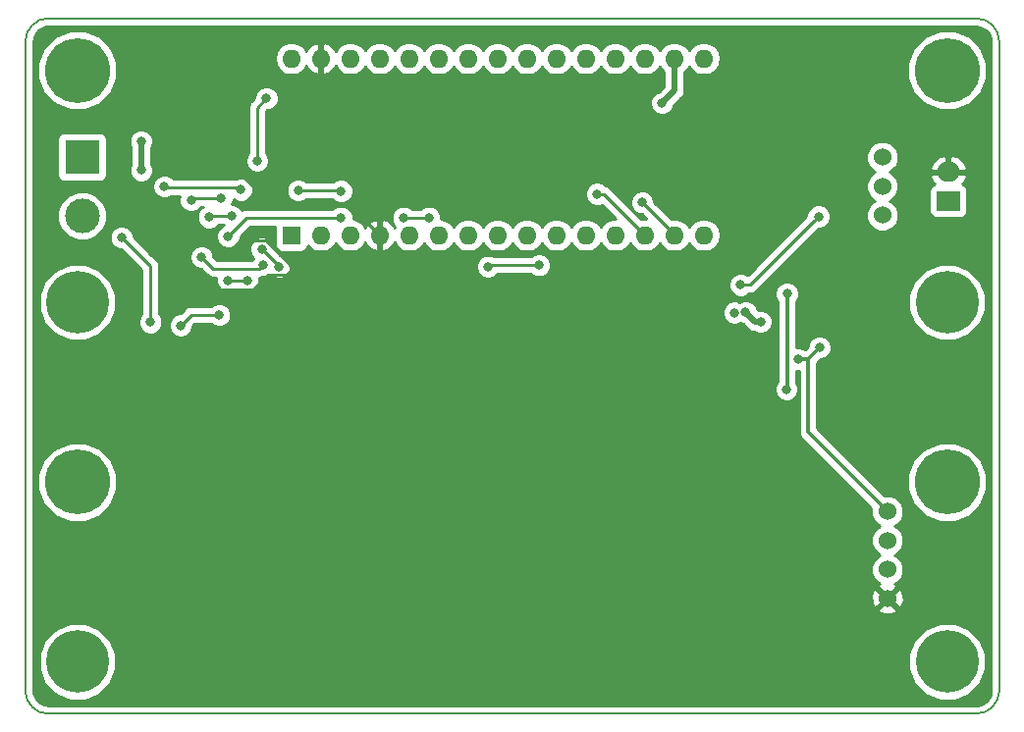
<source format=gbr>
%TF.GenerationSoftware,KiCad,Pcbnew,(5.0.0)*%
%TF.CreationDate,2020-03-04T20:02:55+00:00*%
%TF.ProjectId,Blast Furnace PCB,426C617374204675726E616365205043,rev?*%
%TF.SameCoordinates,Original*%
%TF.FileFunction,Copper,L2,Bot,Signal*%
%TF.FilePolarity,Positive*%
%FSLAX46Y46*%
G04 Gerber Fmt 4.6, Leading zero omitted, Abs format (unit mm)*
G04 Created by KiCad (PCBNEW (5.0.0)) date 03/04/20 20:02:55*
%MOMM*%
%LPD*%
G01*
G04 APERTURE LIST*
%ADD10C,0.150000*%
%ADD11C,1.524000*%
%ADD12C,5.600000*%
%ADD13C,5.400000*%
%ADD14R,1.600000X1.600000*%
%ADD15O,1.600000X1.600000*%
%ADD16C,3.000000*%
%ADD17R,3.000000X3.000000*%
%ADD18R,2.000000X1.700000*%
%ADD19O,2.000000X1.700000*%
%ADD20C,0.800000*%
%ADD21C,0.250000*%
%ADD22C,0.300000*%
%ADD23C,0.500000*%
%ADD24C,0.254000*%
G04 APERTURE END LIST*
D10*
X79100000Y-148600000D02*
G75*
G02X77100000Y-146600000I0J2000000D01*
G01*
X77100000Y-90600000D02*
G75*
G02X79100000Y-88600000I2000000J0D01*
G01*
X159100000Y-88600000D02*
G75*
G02X161100000Y-90600000I0J-2000000D01*
G01*
X161100000Y-146600000D02*
G75*
G02X159100000Y-148600000I-2000000J0D01*
G01*
X77100000Y-90600000D02*
X77100000Y-146600000D01*
X159100000Y-88600000D02*
X79100000Y-88600000D01*
X161100000Y-146600000D02*
X161100000Y-90600000D01*
X79098438Y-148600000D02*
X159100000Y-148600000D01*
D11*
X151450000Y-138650000D03*
X151450000Y-136150000D03*
X151450000Y-133650000D03*
X151450000Y-131150000D03*
D12*
X156600000Y-128600000D03*
X81600000Y-128600000D03*
D13*
X81600000Y-113100000D03*
X156600000Y-113100000D03*
D11*
X151000000Y-100600000D03*
X151000000Y-105600000D03*
X151000000Y-103100000D03*
D14*
X100050000Y-107300000D03*
D15*
X133070000Y-92060000D03*
X102590000Y-107300000D03*
X130530000Y-92060000D03*
X105130000Y-107300000D03*
X127990000Y-92060000D03*
X107670000Y-107300000D03*
X125450000Y-92060000D03*
X110210000Y-107300000D03*
X122910000Y-92060000D03*
X112750000Y-107300000D03*
X120370000Y-92060000D03*
X115290000Y-107300000D03*
X117830000Y-92060000D03*
X117830000Y-107300000D03*
X115290000Y-92060000D03*
X120370000Y-107300000D03*
X112750000Y-92060000D03*
X122910000Y-107300000D03*
X110210000Y-92060000D03*
X125450000Y-107300000D03*
X107670000Y-92060000D03*
X127990000Y-107300000D03*
X105130000Y-92060000D03*
X130530000Y-107300000D03*
X102590000Y-92060000D03*
X133070000Y-107300000D03*
X100050000Y-92060000D03*
X135610000Y-107300000D03*
X135610000Y-92060000D03*
D16*
X82000000Y-105640000D03*
D17*
X82000000Y-100560000D03*
D13*
X156600000Y-144100000D03*
X81600000Y-144100000D03*
D12*
X156600000Y-93100000D03*
X81600000Y-93100000D03*
D18*
X156700000Y-104350000D03*
D19*
X156700000Y-101850000D03*
D20*
X96100000Y-114500000D03*
X99802158Y-113996763D03*
X95250000Y-101550000D03*
X93862347Y-108675000D03*
X93600000Y-112000000D03*
X138800000Y-111600000D03*
X145500000Y-105700000D03*
X94600000Y-111200000D03*
X96225000Y-111200000D03*
X121400000Y-109900000D03*
X99000000Y-110025000D03*
X97500000Y-108500000D03*
X94862653Y-105637347D03*
X92937347Y-105762653D03*
X117000000Y-110025000D03*
X130300000Y-104475000D03*
X111900000Y-105800000D03*
X109700000Y-105800000D03*
X104325000Y-105798639D03*
X94587347Y-107412653D03*
X97900000Y-95500000D03*
X97100000Y-100900000D03*
X94000000Y-104100000D03*
X91400000Y-104300000D03*
X126400000Y-103750000D03*
X95700000Y-103400000D03*
X89100000Y-103100000D03*
X104325000Y-103500000D03*
X100637347Y-103437347D03*
X92300000Y-109200000D03*
X97600000Y-109900000D03*
X87100000Y-101700000D03*
X87100000Y-99200000D03*
X132000000Y-95900000D03*
X140530331Y-114780331D03*
X139219669Y-113969669D03*
X138250000Y-114000000D03*
X90500000Y-115100000D03*
X93813192Y-114187887D03*
X87887347Y-114812653D03*
X85400000Y-107500000D03*
X142798959Y-112348959D03*
X142750000Y-120600000D03*
X143750000Y-118000000D03*
X145600000Y-117000000D03*
X151450000Y-133650000D03*
D21*
X96100000Y-114500000D02*
X99298921Y-114500000D01*
X99298921Y-114500000D02*
X99802158Y-113996763D01*
X98244454Y-104544454D02*
X104914454Y-104544454D01*
X95250000Y-101550000D02*
X98244454Y-104544454D01*
X104914454Y-104544454D02*
X107670000Y-107300000D01*
X95625001Y-107774999D02*
X94300000Y-109100000D01*
X100000000Y-110350001D02*
X100000000Y-109951998D01*
X99200000Y-109126998D02*
X97848001Y-107774999D01*
X99600000Y-110750001D02*
X100000000Y-110350001D01*
X100000000Y-109951998D02*
X99200000Y-109151998D01*
X98049999Y-110750001D02*
X99600000Y-110750001D01*
X97848001Y-107774999D02*
X95625001Y-107774999D01*
X99200000Y-109151998D02*
X99200000Y-109126998D01*
X94300000Y-109100000D02*
X94000000Y-109100000D01*
X93862347Y-108962347D02*
X93862347Y-108675000D01*
X94000000Y-109100000D02*
X93862347Y-108962347D01*
X96800000Y-112000000D02*
X98049999Y-110750001D01*
X93600000Y-112000000D02*
X96800000Y-112000000D01*
X139600000Y-111600000D02*
X138800000Y-111600000D01*
X145100000Y-106100000D02*
X145500000Y-105700000D01*
X139600000Y-111600000D02*
X145100000Y-106100000D01*
X94600000Y-111200000D02*
X96225000Y-111200000D01*
X121400000Y-109900000D02*
X117125000Y-109900000D01*
X117125000Y-109900000D02*
X117000000Y-110025000D01*
X99000000Y-110025000D02*
X99000000Y-110000000D01*
X99000000Y-110000000D02*
X97500000Y-108500000D01*
X94862653Y-105637347D02*
X93062653Y-105637347D01*
X93062653Y-105637347D02*
X92937347Y-105762653D01*
X111900000Y-105800000D02*
X109700000Y-105800000D01*
X104325000Y-105798639D02*
X102601361Y-105798639D01*
X102601361Y-105798639D02*
X102600000Y-105800000D01*
X133070000Y-107245000D02*
X133070000Y-107300000D01*
X130300000Y-104475000D02*
X133070000Y-107245000D01*
X96200000Y-105800000D02*
X98700000Y-105800000D01*
X94587347Y-107412653D02*
X96200000Y-105800000D01*
X102599847Y-105800153D02*
X102601361Y-105798639D01*
X98700000Y-105800000D02*
X98700153Y-105800153D01*
X98700153Y-105800153D02*
X102599847Y-105800153D01*
X97900000Y-95500000D02*
X97100000Y-96300000D01*
X97100000Y-96300000D02*
X97100000Y-100900000D01*
X94000000Y-104100000D02*
X91600000Y-104100000D01*
X91600000Y-104100000D02*
X91400000Y-104300000D01*
X126980000Y-103750000D02*
X130530000Y-107300000D01*
X126400000Y-103750000D02*
X126980000Y-103750000D01*
D22*
X129950000Y-107300000D02*
X130080000Y-107300000D01*
D21*
X89187348Y-103187348D02*
X89100000Y-103100000D01*
X89587346Y-103187348D02*
X89187348Y-103187348D01*
X104262347Y-103437347D02*
X104325000Y-103500000D01*
X100637347Y-103437347D02*
X104262347Y-103437347D01*
X89587346Y-103187348D02*
X95487348Y-103187348D01*
X95487348Y-103187348D02*
X95700000Y-103400000D01*
X97600000Y-109900000D02*
X97284570Y-110215430D01*
X93315430Y-110215430D02*
X93375560Y-110215430D01*
X97284570Y-110215430D02*
X93375560Y-110215430D01*
X92300000Y-109200000D02*
X93315430Y-110215430D01*
D23*
X87100000Y-99200000D02*
X87100000Y-101700000D01*
X133070000Y-92060000D02*
X133070000Y-94355000D01*
X133070000Y-94355000D02*
X133070000Y-94830000D01*
X133070000Y-94830000D02*
X132000000Y-95900000D01*
X140530331Y-114780331D02*
X140030331Y-114780331D01*
X140030331Y-114780331D02*
X139219669Y-113969669D01*
D21*
X90500000Y-115100000D02*
X91412113Y-114187887D01*
X91412113Y-114187887D02*
X93813192Y-114187887D01*
X87887347Y-114812653D02*
X87887347Y-109987347D01*
X87887347Y-109987347D02*
X85400000Y-107500000D01*
D22*
X142798959Y-112348959D02*
X142798959Y-120551041D01*
X142798959Y-120551041D02*
X142750000Y-120600000D01*
D21*
X151400000Y-131100000D02*
X151450000Y-131150000D01*
D22*
X143750000Y-118000000D02*
X144600000Y-118000000D01*
X144600000Y-118000000D02*
X145600000Y-117000000D01*
X144600000Y-124300000D02*
X151450000Y-131150000D01*
X144600000Y-118000000D02*
X144600000Y-124300000D01*
D21*
X151400000Y-133600000D02*
X151450000Y-133650000D01*
D24*
G36*
X159460027Y-89368803D02*
X159791110Y-89519338D01*
X160066639Y-89756749D01*
X160264456Y-90061944D01*
X160375700Y-90433917D01*
X160390001Y-90626362D01*
X160390000Y-146549420D01*
X160331197Y-146960027D01*
X160180661Y-147291112D01*
X159943251Y-147566639D01*
X159638056Y-147764456D01*
X159266083Y-147875700D01*
X159073652Y-147890000D01*
X79150580Y-147890000D01*
X78739973Y-147831197D01*
X78408888Y-147680661D01*
X78133361Y-147443251D01*
X77935544Y-147138056D01*
X77824300Y-146766083D01*
X77810000Y-146573652D01*
X77810000Y-143436627D01*
X78265000Y-143436627D01*
X78265000Y-144763373D01*
X78772723Y-145989126D01*
X79710874Y-146927277D01*
X80936627Y-147435000D01*
X82263373Y-147435000D01*
X83489126Y-146927277D01*
X84427277Y-145989126D01*
X84935000Y-144763373D01*
X84935000Y-143436627D01*
X153265000Y-143436627D01*
X153265000Y-144763373D01*
X153772723Y-145989126D01*
X154710874Y-146927277D01*
X155936627Y-147435000D01*
X157263373Y-147435000D01*
X158489126Y-146927277D01*
X159427277Y-145989126D01*
X159935000Y-144763373D01*
X159935000Y-143436627D01*
X159427277Y-142210874D01*
X158489126Y-141272723D01*
X157263373Y-140765000D01*
X155936627Y-140765000D01*
X154710874Y-141272723D01*
X153772723Y-142210874D01*
X153265000Y-143436627D01*
X84935000Y-143436627D01*
X84427277Y-142210874D01*
X83489126Y-141272723D01*
X82263373Y-140765000D01*
X80936627Y-140765000D01*
X79710874Y-141272723D01*
X78772723Y-142210874D01*
X78265000Y-143436627D01*
X77810000Y-143436627D01*
X77810000Y-139630213D01*
X150649392Y-139630213D01*
X150718857Y-139872397D01*
X151242302Y-140059144D01*
X151797368Y-140031362D01*
X152181143Y-139872397D01*
X152250608Y-139630213D01*
X151450000Y-138829605D01*
X150649392Y-139630213D01*
X77810000Y-139630213D01*
X77810000Y-138442302D01*
X150040856Y-138442302D01*
X150068638Y-138997368D01*
X150227603Y-139381143D01*
X150469787Y-139450608D01*
X151270395Y-138650000D01*
X151629605Y-138650000D01*
X152430213Y-139450608D01*
X152672397Y-139381143D01*
X152859144Y-138857698D01*
X152831362Y-138302632D01*
X152672397Y-137918857D01*
X152430213Y-137849392D01*
X151629605Y-138650000D01*
X151270395Y-138650000D01*
X150469787Y-137849392D01*
X150227603Y-137918857D01*
X150040856Y-138442302D01*
X77810000Y-138442302D01*
X77810000Y-127916736D01*
X78165000Y-127916736D01*
X78165000Y-129283264D01*
X78687947Y-130545771D01*
X79654229Y-131512053D01*
X80916736Y-132035000D01*
X82283264Y-132035000D01*
X83545771Y-131512053D01*
X84512053Y-130545771D01*
X85035000Y-129283264D01*
X85035000Y-127916736D01*
X84512053Y-126654229D01*
X83545771Y-125687947D01*
X82283264Y-125165000D01*
X80916736Y-125165000D01*
X79654229Y-125687947D01*
X78687947Y-126654229D01*
X78165000Y-127916736D01*
X77810000Y-127916736D01*
X77810000Y-120394126D01*
X141715000Y-120394126D01*
X141715000Y-120805874D01*
X141872569Y-121186280D01*
X142163720Y-121477431D01*
X142544126Y-121635000D01*
X142955874Y-121635000D01*
X143336280Y-121477431D01*
X143627431Y-121186280D01*
X143785000Y-120805874D01*
X143785000Y-120394126D01*
X143627431Y-120013720D01*
X143583959Y-119970248D01*
X143583959Y-119035000D01*
X143815000Y-119035000D01*
X143815001Y-124222683D01*
X143799622Y-124300000D01*
X143860546Y-124606291D01*
X143990251Y-124800408D01*
X143990254Y-124800411D01*
X144034048Y-124865953D01*
X144099590Y-124909747D01*
X150055625Y-130865783D01*
X150053000Y-130872119D01*
X150053000Y-131427881D01*
X150265680Y-131941337D01*
X150658663Y-132334320D01*
X150817229Y-132400000D01*
X150658663Y-132465680D01*
X150265680Y-132858663D01*
X150053000Y-133372119D01*
X150053000Y-133927881D01*
X150265680Y-134441337D01*
X150658663Y-134834320D01*
X150817229Y-134900000D01*
X150658663Y-134965680D01*
X150265680Y-135358663D01*
X150053000Y-135872119D01*
X150053000Y-136427881D01*
X150265680Y-136941337D01*
X150658663Y-137334320D01*
X150801363Y-137393428D01*
X150718857Y-137427603D01*
X150649392Y-137669787D01*
X151450000Y-138470395D01*
X152250608Y-137669787D01*
X152181143Y-137427603D01*
X152092490Y-137395975D01*
X152241337Y-137334320D01*
X152634320Y-136941337D01*
X152847000Y-136427881D01*
X152847000Y-135872119D01*
X152634320Y-135358663D01*
X152241337Y-134965680D01*
X152082771Y-134900000D01*
X152241337Y-134834320D01*
X152634320Y-134441337D01*
X152847000Y-133927881D01*
X152847000Y-133372119D01*
X152634320Y-132858663D01*
X152241337Y-132465680D01*
X152082771Y-132400000D01*
X152241337Y-132334320D01*
X152634320Y-131941337D01*
X152847000Y-131427881D01*
X152847000Y-130872119D01*
X152634320Y-130358663D01*
X152241337Y-129965680D01*
X151727881Y-129753000D01*
X151172119Y-129753000D01*
X151165783Y-129755625D01*
X149326894Y-127916736D01*
X153165000Y-127916736D01*
X153165000Y-129283264D01*
X153687947Y-130545771D01*
X154654229Y-131512053D01*
X155916736Y-132035000D01*
X157283264Y-132035000D01*
X158545771Y-131512053D01*
X159512053Y-130545771D01*
X160035000Y-129283264D01*
X160035000Y-127916736D01*
X159512053Y-126654229D01*
X158545771Y-125687947D01*
X157283264Y-125165000D01*
X155916736Y-125165000D01*
X154654229Y-125687947D01*
X153687947Y-126654229D01*
X153165000Y-127916736D01*
X149326894Y-127916736D01*
X145385000Y-123974843D01*
X145385000Y-118325157D01*
X145675157Y-118035000D01*
X145805874Y-118035000D01*
X146186280Y-117877431D01*
X146477431Y-117586280D01*
X146635000Y-117205874D01*
X146635000Y-116794126D01*
X146477431Y-116413720D01*
X146186280Y-116122569D01*
X145805874Y-115965000D01*
X145394126Y-115965000D01*
X145013720Y-116122569D01*
X144722569Y-116413720D01*
X144565000Y-116794126D01*
X144565000Y-116924843D01*
X144351777Y-117138066D01*
X144336280Y-117122569D01*
X143955874Y-116965000D01*
X143583959Y-116965000D01*
X143583959Y-113027670D01*
X143676390Y-112935239D01*
X143833959Y-112554833D01*
X143833959Y-112436627D01*
X153265000Y-112436627D01*
X153265000Y-113763373D01*
X153772723Y-114989126D01*
X154710874Y-115927277D01*
X155936627Y-116435000D01*
X157263373Y-116435000D01*
X158489126Y-115927277D01*
X159427277Y-114989126D01*
X159935000Y-113763373D01*
X159935000Y-112436627D01*
X159427277Y-111210874D01*
X158489126Y-110272723D01*
X157263373Y-109765000D01*
X155936627Y-109765000D01*
X154710874Y-110272723D01*
X153772723Y-111210874D01*
X153265000Y-112436627D01*
X143833959Y-112436627D01*
X143833959Y-112143085D01*
X143676390Y-111762679D01*
X143385239Y-111471528D01*
X143004833Y-111313959D01*
X142593085Y-111313959D01*
X142212679Y-111471528D01*
X141921528Y-111762679D01*
X141763959Y-112143085D01*
X141763959Y-112554833D01*
X141921528Y-112935239D01*
X142013959Y-113027670D01*
X142013960Y-119872329D01*
X141872569Y-120013720D01*
X141715000Y-120394126D01*
X77810000Y-120394126D01*
X77810000Y-112436627D01*
X78265000Y-112436627D01*
X78265000Y-113763373D01*
X78772723Y-114989126D01*
X79710874Y-115927277D01*
X80936627Y-116435000D01*
X82263373Y-116435000D01*
X83489126Y-115927277D01*
X84427277Y-114989126D01*
X84935000Y-113763373D01*
X84935000Y-112436627D01*
X84427277Y-111210874D01*
X83489126Y-110272723D01*
X82263373Y-109765000D01*
X80936627Y-109765000D01*
X79710874Y-110272723D01*
X78772723Y-111210874D01*
X78265000Y-112436627D01*
X77810000Y-112436627D01*
X77810000Y-105215322D01*
X79865000Y-105215322D01*
X79865000Y-106064678D01*
X80190034Y-106849380D01*
X80790620Y-107449966D01*
X81575322Y-107775000D01*
X82424678Y-107775000D01*
X83209380Y-107449966D01*
X83365220Y-107294126D01*
X84365000Y-107294126D01*
X84365000Y-107705874D01*
X84522569Y-108086280D01*
X84813720Y-108377431D01*
X85194126Y-108535000D01*
X85360199Y-108535000D01*
X87127348Y-110302150D01*
X87127347Y-114108942D01*
X87009916Y-114226373D01*
X86852347Y-114606779D01*
X86852347Y-115018527D01*
X87009916Y-115398933D01*
X87301067Y-115690084D01*
X87681473Y-115847653D01*
X88093221Y-115847653D01*
X88473627Y-115690084D01*
X88764778Y-115398933D01*
X88922347Y-115018527D01*
X88922347Y-114894126D01*
X89465000Y-114894126D01*
X89465000Y-115305874D01*
X89622569Y-115686280D01*
X89913720Y-115977431D01*
X90294126Y-116135000D01*
X90705874Y-116135000D01*
X91086280Y-115977431D01*
X91377431Y-115686280D01*
X91535000Y-115305874D01*
X91535000Y-115139802D01*
X91726915Y-114947887D01*
X93109481Y-114947887D01*
X93226912Y-115065318D01*
X93607318Y-115222887D01*
X94019066Y-115222887D01*
X94399472Y-115065318D01*
X94690623Y-114774167D01*
X94848192Y-114393761D01*
X94848192Y-113982013D01*
X94770367Y-113794126D01*
X137215000Y-113794126D01*
X137215000Y-114205874D01*
X137372569Y-114586280D01*
X137663720Y-114877431D01*
X138044126Y-115035000D01*
X138455874Y-115035000D01*
X138771447Y-114904286D01*
X138995521Y-114997100D01*
X139342908Y-115344487D01*
X139392282Y-115418380D01*
X139466175Y-115467754D01*
X139466176Y-115467755D01*
X139557173Y-115528557D01*
X139685021Y-115613983D01*
X139943166Y-115665331D01*
X139943170Y-115665331D01*
X139980020Y-115672661D01*
X140324457Y-115815331D01*
X140736205Y-115815331D01*
X141116611Y-115657762D01*
X141407762Y-115366611D01*
X141565331Y-114986205D01*
X141565331Y-114574457D01*
X141407762Y-114194051D01*
X141116611Y-113902900D01*
X140736205Y-113745331D01*
X140324457Y-113745331D01*
X140269623Y-113768044D01*
X140247100Y-113745521D01*
X140097100Y-113383389D01*
X139805949Y-113092238D01*
X139425543Y-112934669D01*
X139013795Y-112934669D01*
X138698222Y-113065383D01*
X138455874Y-112965000D01*
X138044126Y-112965000D01*
X137663720Y-113122569D01*
X137372569Y-113413720D01*
X137215000Y-113794126D01*
X94770367Y-113794126D01*
X94690623Y-113601607D01*
X94399472Y-113310456D01*
X94019066Y-113152887D01*
X93607318Y-113152887D01*
X93226912Y-113310456D01*
X93109481Y-113427887D01*
X91486961Y-113427887D01*
X91412113Y-113412999D01*
X91337265Y-113427887D01*
X91337261Y-113427887D01*
X91115576Y-113471983D01*
X90864184Y-113639958D01*
X90821784Y-113703414D01*
X90460198Y-114065000D01*
X90294126Y-114065000D01*
X89913720Y-114222569D01*
X89622569Y-114513720D01*
X89465000Y-114894126D01*
X88922347Y-114894126D01*
X88922347Y-114606779D01*
X88764778Y-114226373D01*
X88647347Y-114108942D01*
X88647347Y-110062194D01*
X88662235Y-109987347D01*
X88647347Y-109912500D01*
X88647347Y-109912495D01*
X88603251Y-109690810D01*
X88435276Y-109439418D01*
X88371820Y-109397018D01*
X87968928Y-108994126D01*
X91265000Y-108994126D01*
X91265000Y-109405874D01*
X91422569Y-109786280D01*
X91713720Y-110077431D01*
X92094126Y-110235000D01*
X92260199Y-110235000D01*
X92725101Y-110699903D01*
X92767501Y-110763359D01*
X93018893Y-110931334D01*
X93240578Y-110975430D01*
X93240583Y-110975430D01*
X93315430Y-110990318D01*
X93390277Y-110975430D01*
X93572744Y-110975430D01*
X93565000Y-110994126D01*
X93565000Y-111405874D01*
X93722569Y-111786280D01*
X94013720Y-112077431D01*
X94394126Y-112235000D01*
X94805874Y-112235000D01*
X95186280Y-112077431D01*
X95303711Y-111960000D01*
X95521289Y-111960000D01*
X95638720Y-112077431D01*
X96019126Y-112235000D01*
X96430874Y-112235000D01*
X96811280Y-112077431D01*
X97102431Y-111786280D01*
X97260000Y-111405874D01*
X97260000Y-111394126D01*
X137765000Y-111394126D01*
X137765000Y-111805874D01*
X137922569Y-112186280D01*
X138213720Y-112477431D01*
X138594126Y-112635000D01*
X139005874Y-112635000D01*
X139386280Y-112477431D01*
X139503711Y-112360000D01*
X139525153Y-112360000D01*
X139600000Y-112374888D01*
X139674847Y-112360000D01*
X139674852Y-112360000D01*
X139896537Y-112315904D01*
X140147929Y-112147929D01*
X140190331Y-112084470D01*
X145539802Y-106735000D01*
X145705874Y-106735000D01*
X146086280Y-106577431D01*
X146377431Y-106286280D01*
X146535000Y-105905874D01*
X146535000Y-105494126D01*
X146377431Y-105113720D01*
X146086280Y-104822569D01*
X145705874Y-104665000D01*
X145294126Y-104665000D01*
X144913720Y-104822569D01*
X144622569Y-105113720D01*
X144465000Y-105494126D01*
X144465000Y-105660198D01*
X139394455Y-110730744D01*
X139386280Y-110722569D01*
X139005874Y-110565000D01*
X138594126Y-110565000D01*
X138213720Y-110722569D01*
X137922569Y-111013720D01*
X137765000Y-111394126D01*
X97260000Y-111394126D01*
X97260000Y-110994126D01*
X97256075Y-110984650D01*
X97284570Y-110990318D01*
X97359417Y-110975430D01*
X97359422Y-110975430D01*
X97562677Y-110935000D01*
X97805874Y-110935000D01*
X98186280Y-110777431D01*
X98237500Y-110726211D01*
X98413720Y-110902431D01*
X98794126Y-111060000D01*
X99205874Y-111060000D01*
X99586280Y-110902431D01*
X99877431Y-110611280D01*
X100035000Y-110230874D01*
X100035000Y-109819126D01*
X115965000Y-109819126D01*
X115965000Y-110230874D01*
X116122569Y-110611280D01*
X116413720Y-110902431D01*
X116794126Y-111060000D01*
X117205874Y-111060000D01*
X117586280Y-110902431D01*
X117828711Y-110660000D01*
X120696289Y-110660000D01*
X120813720Y-110777431D01*
X121194126Y-110935000D01*
X121605874Y-110935000D01*
X121986280Y-110777431D01*
X122277431Y-110486280D01*
X122435000Y-110105874D01*
X122435000Y-109694126D01*
X122277431Y-109313720D01*
X121986280Y-109022569D01*
X121605874Y-108865000D01*
X121194126Y-108865000D01*
X120813720Y-109022569D01*
X120696289Y-109140000D01*
X117568007Y-109140000D01*
X117205874Y-108990000D01*
X116794126Y-108990000D01*
X116413720Y-109147569D01*
X116122569Y-109438720D01*
X115965000Y-109819126D01*
X100035000Y-109819126D01*
X99877431Y-109438720D01*
X99586280Y-109147569D01*
X99205874Y-108990000D01*
X99064802Y-108990000D01*
X98535000Y-108460198D01*
X98535000Y-108294126D01*
X98377431Y-107913720D01*
X98086280Y-107622569D01*
X97705874Y-107465000D01*
X97294126Y-107465000D01*
X96913720Y-107622569D01*
X96622569Y-107913720D01*
X96465000Y-108294126D01*
X96465000Y-108705874D01*
X96622569Y-109086280D01*
X96786289Y-109250000D01*
X96722569Y-109313720D01*
X96663871Y-109455430D01*
X93630232Y-109455430D01*
X93335000Y-109160199D01*
X93335000Y-108994126D01*
X93177431Y-108613720D01*
X92886280Y-108322569D01*
X92505874Y-108165000D01*
X92094126Y-108165000D01*
X91713720Y-108322569D01*
X91422569Y-108613720D01*
X91265000Y-108994126D01*
X87968928Y-108994126D01*
X86435000Y-107460199D01*
X86435000Y-107294126D01*
X86277431Y-106913720D01*
X85986280Y-106622569D01*
X85605874Y-106465000D01*
X85194126Y-106465000D01*
X84813720Y-106622569D01*
X84522569Y-106913720D01*
X84365000Y-107294126D01*
X83365220Y-107294126D01*
X83809966Y-106849380D01*
X84135000Y-106064678D01*
X84135000Y-105215322D01*
X83809966Y-104430620D01*
X83209380Y-103830034D01*
X82424678Y-103505000D01*
X81575322Y-103505000D01*
X80790620Y-103830034D01*
X80190034Y-104430620D01*
X79865000Y-105215322D01*
X77810000Y-105215322D01*
X77810000Y-102894126D01*
X88065000Y-102894126D01*
X88065000Y-103305874D01*
X88222569Y-103686280D01*
X88513720Y-103977431D01*
X88894126Y-104135000D01*
X89305874Y-104135000D01*
X89686280Y-103977431D01*
X89716363Y-103947348D01*
X90425797Y-103947348D01*
X90365000Y-104094126D01*
X90365000Y-104505874D01*
X90522569Y-104886280D01*
X90813720Y-105177431D01*
X91194126Y-105335000D01*
X91605874Y-105335000D01*
X91986280Y-105177431D01*
X92277431Y-104886280D01*
X92288317Y-104860000D01*
X92411958Y-104860000D01*
X92351067Y-104885222D01*
X92059916Y-105176373D01*
X91902347Y-105556779D01*
X91902347Y-105968527D01*
X92059916Y-106348933D01*
X92351067Y-106640084D01*
X92731473Y-106797653D01*
X93143221Y-106797653D01*
X93523627Y-106640084D01*
X93766364Y-106397347D01*
X94158942Y-106397347D01*
X94210194Y-106448599D01*
X94001067Y-106535222D01*
X93709916Y-106826373D01*
X93552347Y-107206779D01*
X93552347Y-107618527D01*
X93709916Y-107998933D01*
X94001067Y-108290084D01*
X94381473Y-108447653D01*
X94793221Y-108447653D01*
X95173627Y-108290084D01*
X95464778Y-107998933D01*
X95622347Y-107618527D01*
X95622347Y-107452454D01*
X96514802Y-106560000D01*
X98602560Y-106560000D01*
X98602560Y-108100000D01*
X98651843Y-108347765D01*
X98792191Y-108557809D01*
X99002235Y-108698157D01*
X99250000Y-108747440D01*
X100850000Y-108747440D01*
X101097765Y-108698157D01*
X101307809Y-108557809D01*
X101448157Y-108347765D01*
X101474785Y-108213894D01*
X101555423Y-108334577D01*
X102030091Y-108651740D01*
X102448667Y-108735000D01*
X102731333Y-108735000D01*
X103149909Y-108651740D01*
X103624577Y-108334577D01*
X103860000Y-107982242D01*
X104095423Y-108334577D01*
X104570091Y-108651740D01*
X104988667Y-108735000D01*
X105271333Y-108735000D01*
X105689909Y-108651740D01*
X106164577Y-108334577D01*
X106420947Y-107950892D01*
X106517611Y-108155134D01*
X106932577Y-108531041D01*
X107320961Y-108691904D01*
X107543000Y-108569915D01*
X107543000Y-107427000D01*
X107523000Y-107427000D01*
X107523000Y-107173000D01*
X107543000Y-107173000D01*
X107543000Y-106030085D01*
X107797000Y-106030085D01*
X107797000Y-107173000D01*
X107817000Y-107173000D01*
X107817000Y-107427000D01*
X107797000Y-107427000D01*
X107797000Y-108569915D01*
X108019039Y-108691904D01*
X108407423Y-108531041D01*
X108822389Y-108155134D01*
X108919053Y-107950892D01*
X109175423Y-108334577D01*
X109650091Y-108651740D01*
X110068667Y-108735000D01*
X110351333Y-108735000D01*
X110769909Y-108651740D01*
X111244577Y-108334577D01*
X111480000Y-107982242D01*
X111715423Y-108334577D01*
X112190091Y-108651740D01*
X112608667Y-108735000D01*
X112891333Y-108735000D01*
X113309909Y-108651740D01*
X113784577Y-108334577D01*
X114020000Y-107982242D01*
X114255423Y-108334577D01*
X114730091Y-108651740D01*
X115148667Y-108735000D01*
X115431333Y-108735000D01*
X115849909Y-108651740D01*
X116324577Y-108334577D01*
X116560000Y-107982242D01*
X116795423Y-108334577D01*
X117270091Y-108651740D01*
X117688667Y-108735000D01*
X117971333Y-108735000D01*
X118389909Y-108651740D01*
X118864577Y-108334577D01*
X119100000Y-107982242D01*
X119335423Y-108334577D01*
X119810091Y-108651740D01*
X120228667Y-108735000D01*
X120511333Y-108735000D01*
X120929909Y-108651740D01*
X121404577Y-108334577D01*
X121640000Y-107982242D01*
X121875423Y-108334577D01*
X122350091Y-108651740D01*
X122768667Y-108735000D01*
X123051333Y-108735000D01*
X123469909Y-108651740D01*
X123944577Y-108334577D01*
X124180000Y-107982242D01*
X124415423Y-108334577D01*
X124890091Y-108651740D01*
X125308667Y-108735000D01*
X125591333Y-108735000D01*
X126009909Y-108651740D01*
X126484577Y-108334577D01*
X126720000Y-107982242D01*
X126955423Y-108334577D01*
X127430091Y-108651740D01*
X127848667Y-108735000D01*
X128131333Y-108735000D01*
X128549909Y-108651740D01*
X129024577Y-108334577D01*
X129260000Y-107982242D01*
X129495423Y-108334577D01*
X129970091Y-108651740D01*
X130388667Y-108735000D01*
X130671333Y-108735000D01*
X131089909Y-108651740D01*
X131564577Y-108334577D01*
X131800000Y-107982242D01*
X132035423Y-108334577D01*
X132510091Y-108651740D01*
X132928667Y-108735000D01*
X133211333Y-108735000D01*
X133629909Y-108651740D01*
X134104577Y-108334577D01*
X134340000Y-107982242D01*
X134575423Y-108334577D01*
X135050091Y-108651740D01*
X135468667Y-108735000D01*
X135751333Y-108735000D01*
X136169909Y-108651740D01*
X136644577Y-108334577D01*
X136961740Y-107859909D01*
X137073113Y-107300000D01*
X136961740Y-106740091D01*
X136644577Y-106265423D01*
X136169909Y-105948260D01*
X135751333Y-105865000D01*
X135468667Y-105865000D01*
X135050091Y-105948260D01*
X134575423Y-106265423D01*
X134340000Y-106617758D01*
X134104577Y-106265423D01*
X133629909Y-105948260D01*
X133211333Y-105865000D01*
X132928667Y-105865000D01*
X132791989Y-105892187D01*
X131335000Y-104435199D01*
X131335000Y-104269126D01*
X131177431Y-103888720D01*
X130886280Y-103597569D01*
X130505874Y-103440000D01*
X130094126Y-103440000D01*
X129713720Y-103597569D01*
X129422569Y-103888720D01*
X129265000Y-104269126D01*
X129265000Y-104680874D01*
X129422569Y-105061280D01*
X129713720Y-105352431D01*
X130094126Y-105510000D01*
X130260199Y-105510000D01*
X130615199Y-105865000D01*
X130388667Y-105865000D01*
X130206114Y-105901312D01*
X127570331Y-103265530D01*
X127527929Y-103202071D01*
X127276537Y-103034096D01*
X127115843Y-103002132D01*
X126986280Y-102872569D01*
X126605874Y-102715000D01*
X126194126Y-102715000D01*
X125813720Y-102872569D01*
X125522569Y-103163720D01*
X125365000Y-103544126D01*
X125365000Y-103955874D01*
X125522569Y-104336280D01*
X125813720Y-104627431D01*
X126194126Y-104785000D01*
X126605874Y-104785000D01*
X126842278Y-104687079D01*
X128020199Y-105865000D01*
X127848667Y-105865000D01*
X127430091Y-105948260D01*
X126955423Y-106265423D01*
X126720000Y-106617758D01*
X126484577Y-106265423D01*
X126009909Y-105948260D01*
X125591333Y-105865000D01*
X125308667Y-105865000D01*
X124890091Y-105948260D01*
X124415423Y-106265423D01*
X124180000Y-106617758D01*
X123944577Y-106265423D01*
X123469909Y-105948260D01*
X123051333Y-105865000D01*
X122768667Y-105865000D01*
X122350091Y-105948260D01*
X121875423Y-106265423D01*
X121640000Y-106617758D01*
X121404577Y-106265423D01*
X120929909Y-105948260D01*
X120511333Y-105865000D01*
X120228667Y-105865000D01*
X119810091Y-105948260D01*
X119335423Y-106265423D01*
X119100000Y-106617758D01*
X118864577Y-106265423D01*
X118389909Y-105948260D01*
X117971333Y-105865000D01*
X117688667Y-105865000D01*
X117270091Y-105948260D01*
X116795423Y-106265423D01*
X116560000Y-106617758D01*
X116324577Y-106265423D01*
X115849909Y-105948260D01*
X115431333Y-105865000D01*
X115148667Y-105865000D01*
X114730091Y-105948260D01*
X114255423Y-106265423D01*
X114020000Y-106617758D01*
X113784577Y-106265423D01*
X113309909Y-105948260D01*
X112935000Y-105873686D01*
X112935000Y-105594126D01*
X112777431Y-105213720D01*
X112486280Y-104922569D01*
X112105874Y-104765000D01*
X111694126Y-104765000D01*
X111313720Y-104922569D01*
X111196289Y-105040000D01*
X110403711Y-105040000D01*
X110286280Y-104922569D01*
X109905874Y-104765000D01*
X109494126Y-104765000D01*
X109113720Y-104922569D01*
X108822569Y-105213720D01*
X108665000Y-105594126D01*
X108665000Y-106005874D01*
X108822569Y-106386280D01*
X108985681Y-106549392D01*
X108919053Y-106649108D01*
X108822389Y-106444866D01*
X108407423Y-106068959D01*
X108019039Y-105908096D01*
X107797000Y-106030085D01*
X107543000Y-106030085D01*
X107320961Y-105908096D01*
X106932577Y-106068959D01*
X106517611Y-106444866D01*
X106420947Y-106649108D01*
X106164577Y-106265423D01*
X105689909Y-105948260D01*
X105360000Y-105882637D01*
X105360000Y-105592765D01*
X105202431Y-105212359D01*
X104911280Y-104921208D01*
X104530874Y-104763639D01*
X104119126Y-104763639D01*
X103738720Y-104921208D01*
X103621289Y-105038639D01*
X102676209Y-105038639D01*
X102601361Y-105023751D01*
X102601360Y-105023751D01*
X102552162Y-105033537D01*
X102526513Y-105038639D01*
X102526509Y-105038639D01*
X102518898Y-105040153D01*
X98775621Y-105040153D01*
X98774852Y-105040000D01*
X98774847Y-105040000D01*
X98700000Y-105025112D01*
X98625153Y-105040000D01*
X96274848Y-105040000D01*
X96200000Y-105025112D01*
X96125152Y-105040000D01*
X96125148Y-105040000D01*
X95951605Y-105074520D01*
X95903462Y-105084096D01*
X95786215Y-105162438D01*
X95740084Y-105051067D01*
X95448933Y-104759916D01*
X95068527Y-104602347D01*
X94912197Y-104602347D01*
X95035000Y-104305874D01*
X95035000Y-104198711D01*
X95113720Y-104277431D01*
X95494126Y-104435000D01*
X95905874Y-104435000D01*
X96286280Y-104277431D01*
X96577431Y-103986280D01*
X96735000Y-103605874D01*
X96735000Y-103231473D01*
X99602347Y-103231473D01*
X99602347Y-103643221D01*
X99759916Y-104023627D01*
X100051067Y-104314778D01*
X100431473Y-104472347D01*
X100843221Y-104472347D01*
X101223627Y-104314778D01*
X101341058Y-104197347D01*
X103558636Y-104197347D01*
X103738720Y-104377431D01*
X104119126Y-104535000D01*
X104530874Y-104535000D01*
X104911280Y-104377431D01*
X105202431Y-104086280D01*
X105360000Y-103705874D01*
X105360000Y-103294126D01*
X105202431Y-102913720D01*
X104911280Y-102622569D01*
X104530874Y-102465000D01*
X104119126Y-102465000D01*
X103738720Y-102622569D01*
X103683942Y-102677347D01*
X101341058Y-102677347D01*
X101223627Y-102559916D01*
X100843221Y-102402347D01*
X100431473Y-102402347D01*
X100051067Y-102559916D01*
X99759916Y-102851067D01*
X99602347Y-103231473D01*
X96735000Y-103231473D01*
X96735000Y-103194126D01*
X96577431Y-102813720D01*
X96286280Y-102522569D01*
X95905874Y-102365000D01*
X95494126Y-102365000D01*
X95343604Y-102427348D01*
X89891059Y-102427348D01*
X89686280Y-102222569D01*
X89305874Y-102065000D01*
X88894126Y-102065000D01*
X88513720Y-102222569D01*
X88222569Y-102513720D01*
X88065000Y-102894126D01*
X77810000Y-102894126D01*
X77810000Y-99060000D01*
X79852560Y-99060000D01*
X79852560Y-102060000D01*
X79901843Y-102307765D01*
X80042191Y-102517809D01*
X80252235Y-102658157D01*
X80500000Y-102707440D01*
X83500000Y-102707440D01*
X83747765Y-102658157D01*
X83957809Y-102517809D01*
X84098157Y-102307765D01*
X84147440Y-102060000D01*
X84147440Y-99060000D01*
X84134337Y-98994126D01*
X86065000Y-98994126D01*
X86065000Y-99405874D01*
X86215000Y-99768007D01*
X86215001Y-101131991D01*
X86065000Y-101494126D01*
X86065000Y-101905874D01*
X86222569Y-102286280D01*
X86513720Y-102577431D01*
X86894126Y-102735000D01*
X87305874Y-102735000D01*
X87686280Y-102577431D01*
X87977431Y-102286280D01*
X88135000Y-101905874D01*
X88135000Y-101494126D01*
X87985000Y-101131993D01*
X87985000Y-100694126D01*
X96065000Y-100694126D01*
X96065000Y-101105874D01*
X96222569Y-101486280D01*
X96513720Y-101777431D01*
X96894126Y-101935000D01*
X97305874Y-101935000D01*
X97686280Y-101777431D01*
X97977431Y-101486280D01*
X98135000Y-101105874D01*
X98135000Y-100694126D01*
X97980910Y-100322119D01*
X149603000Y-100322119D01*
X149603000Y-100877881D01*
X149815680Y-101391337D01*
X150208663Y-101784320D01*
X150367229Y-101850000D01*
X150208663Y-101915680D01*
X149815680Y-102308663D01*
X149603000Y-102822119D01*
X149603000Y-103377881D01*
X149815680Y-103891337D01*
X150208663Y-104284320D01*
X150367229Y-104350000D01*
X150208663Y-104415680D01*
X149815680Y-104808663D01*
X149603000Y-105322119D01*
X149603000Y-105877881D01*
X149815680Y-106391337D01*
X150208663Y-106784320D01*
X150722119Y-106997000D01*
X151277881Y-106997000D01*
X151791337Y-106784320D01*
X152184320Y-106391337D01*
X152397000Y-105877881D01*
X152397000Y-105322119D01*
X152184320Y-104808663D01*
X151791337Y-104415680D01*
X151632771Y-104350000D01*
X151791337Y-104284320D01*
X152184320Y-103891337D01*
X152346416Y-103500000D01*
X155052560Y-103500000D01*
X155052560Y-105200000D01*
X155101843Y-105447765D01*
X155242191Y-105657809D01*
X155452235Y-105798157D01*
X155700000Y-105847440D01*
X157700000Y-105847440D01*
X157947765Y-105798157D01*
X158157809Y-105657809D01*
X158298157Y-105447765D01*
X158347440Y-105200000D01*
X158347440Y-103500000D01*
X158298157Y-103252235D01*
X158157809Y-103042191D01*
X157947765Y-102901843D01*
X157876218Y-102887612D01*
X158038664Y-102742045D01*
X158289553Y-102219260D01*
X158291476Y-102206890D01*
X158170155Y-101977000D01*
X156827000Y-101977000D01*
X156827000Y-101997000D01*
X156573000Y-101997000D01*
X156573000Y-101977000D01*
X155229845Y-101977000D01*
X155108524Y-102206890D01*
X155110447Y-102219260D01*
X155361336Y-102742045D01*
X155523782Y-102887612D01*
X155452235Y-102901843D01*
X155242191Y-103042191D01*
X155101843Y-103252235D01*
X155052560Y-103500000D01*
X152346416Y-103500000D01*
X152397000Y-103377881D01*
X152397000Y-102822119D01*
X152184320Y-102308663D01*
X151791337Y-101915680D01*
X151632771Y-101850000D01*
X151791337Y-101784320D01*
X152082547Y-101493110D01*
X155108524Y-101493110D01*
X155229845Y-101723000D01*
X156573000Y-101723000D01*
X156573000Y-100522769D01*
X156827000Y-100522769D01*
X156827000Y-101723000D01*
X158170155Y-101723000D01*
X158291476Y-101493110D01*
X158289553Y-101480740D01*
X158038664Y-100957955D01*
X157606812Y-100570976D01*
X157059742Y-100378716D01*
X156827000Y-100522769D01*
X156573000Y-100522769D01*
X156340258Y-100378716D01*
X155793188Y-100570976D01*
X155361336Y-100957955D01*
X155110447Y-101480740D01*
X155108524Y-101493110D01*
X152082547Y-101493110D01*
X152184320Y-101391337D01*
X152397000Y-100877881D01*
X152397000Y-100322119D01*
X152184320Y-99808663D01*
X151791337Y-99415680D01*
X151277881Y-99203000D01*
X150722119Y-99203000D01*
X150208663Y-99415680D01*
X149815680Y-99808663D01*
X149603000Y-100322119D01*
X97980910Y-100322119D01*
X97977431Y-100313720D01*
X97860000Y-100196289D01*
X97860000Y-96614801D01*
X97939801Y-96535000D01*
X98105874Y-96535000D01*
X98486280Y-96377431D01*
X98777431Y-96086280D01*
X98935000Y-95705874D01*
X98935000Y-95294126D01*
X98777431Y-94913720D01*
X98486280Y-94622569D01*
X98105874Y-94465000D01*
X97694126Y-94465000D01*
X97313720Y-94622569D01*
X97022569Y-94913720D01*
X96865000Y-95294126D01*
X96865000Y-95460199D01*
X96615530Y-95709669D01*
X96552071Y-95752071D01*
X96384096Y-96003464D01*
X96340000Y-96225149D01*
X96340000Y-96225153D01*
X96325112Y-96300000D01*
X96340000Y-96374847D01*
X96340001Y-100196288D01*
X96222569Y-100313720D01*
X96065000Y-100694126D01*
X87985000Y-100694126D01*
X87985000Y-99768007D01*
X88135000Y-99405874D01*
X88135000Y-98994126D01*
X87977431Y-98613720D01*
X87686280Y-98322569D01*
X87305874Y-98165000D01*
X86894126Y-98165000D01*
X86513720Y-98322569D01*
X86222569Y-98613720D01*
X86065000Y-98994126D01*
X84134337Y-98994126D01*
X84098157Y-98812235D01*
X83957809Y-98602191D01*
X83747765Y-98461843D01*
X83500000Y-98412560D01*
X80500000Y-98412560D01*
X80252235Y-98461843D01*
X80042191Y-98602191D01*
X79901843Y-98812235D01*
X79852560Y-99060000D01*
X77810000Y-99060000D01*
X77810000Y-92416736D01*
X78165000Y-92416736D01*
X78165000Y-93783264D01*
X78687947Y-95045771D01*
X79654229Y-96012053D01*
X80916736Y-96535000D01*
X82283264Y-96535000D01*
X83545771Y-96012053D01*
X84512053Y-95045771D01*
X85035000Y-93783264D01*
X85035000Y-92416736D01*
X84887236Y-92060000D01*
X98586887Y-92060000D01*
X98698260Y-92619909D01*
X99015423Y-93094577D01*
X99490091Y-93411740D01*
X99908667Y-93495000D01*
X100191333Y-93495000D01*
X100609909Y-93411740D01*
X101084577Y-93094577D01*
X101340947Y-92710892D01*
X101437611Y-92915134D01*
X101852577Y-93291041D01*
X102240961Y-93451904D01*
X102463000Y-93329915D01*
X102463000Y-92187000D01*
X102443000Y-92187000D01*
X102443000Y-91933000D01*
X102463000Y-91933000D01*
X102463000Y-90790085D01*
X102717000Y-90790085D01*
X102717000Y-91933000D01*
X102737000Y-91933000D01*
X102737000Y-92187000D01*
X102717000Y-92187000D01*
X102717000Y-93329915D01*
X102939039Y-93451904D01*
X103327423Y-93291041D01*
X103742389Y-92915134D01*
X103839053Y-92710892D01*
X104095423Y-93094577D01*
X104570091Y-93411740D01*
X104988667Y-93495000D01*
X105271333Y-93495000D01*
X105689909Y-93411740D01*
X106164577Y-93094577D01*
X106400000Y-92742242D01*
X106635423Y-93094577D01*
X107110091Y-93411740D01*
X107528667Y-93495000D01*
X107811333Y-93495000D01*
X108229909Y-93411740D01*
X108704577Y-93094577D01*
X108940000Y-92742242D01*
X109175423Y-93094577D01*
X109650091Y-93411740D01*
X110068667Y-93495000D01*
X110351333Y-93495000D01*
X110769909Y-93411740D01*
X111244577Y-93094577D01*
X111480000Y-92742242D01*
X111715423Y-93094577D01*
X112190091Y-93411740D01*
X112608667Y-93495000D01*
X112891333Y-93495000D01*
X113309909Y-93411740D01*
X113784577Y-93094577D01*
X114020000Y-92742242D01*
X114255423Y-93094577D01*
X114730091Y-93411740D01*
X115148667Y-93495000D01*
X115431333Y-93495000D01*
X115849909Y-93411740D01*
X116324577Y-93094577D01*
X116560000Y-92742242D01*
X116795423Y-93094577D01*
X117270091Y-93411740D01*
X117688667Y-93495000D01*
X117971333Y-93495000D01*
X118389909Y-93411740D01*
X118864577Y-93094577D01*
X119100000Y-92742242D01*
X119335423Y-93094577D01*
X119810091Y-93411740D01*
X120228667Y-93495000D01*
X120511333Y-93495000D01*
X120929909Y-93411740D01*
X121404577Y-93094577D01*
X121640000Y-92742242D01*
X121875423Y-93094577D01*
X122350091Y-93411740D01*
X122768667Y-93495000D01*
X123051333Y-93495000D01*
X123469909Y-93411740D01*
X123944577Y-93094577D01*
X124180000Y-92742242D01*
X124415423Y-93094577D01*
X124890091Y-93411740D01*
X125308667Y-93495000D01*
X125591333Y-93495000D01*
X126009909Y-93411740D01*
X126484577Y-93094577D01*
X126720000Y-92742242D01*
X126955423Y-93094577D01*
X127430091Y-93411740D01*
X127848667Y-93495000D01*
X128131333Y-93495000D01*
X128549909Y-93411740D01*
X129024577Y-93094577D01*
X129260000Y-92742242D01*
X129495423Y-93094577D01*
X129970091Y-93411740D01*
X130388667Y-93495000D01*
X130671333Y-93495000D01*
X131089909Y-93411740D01*
X131564577Y-93094577D01*
X131800000Y-92742242D01*
X132035423Y-93094577D01*
X132185000Y-93194521D01*
X132185001Y-94267831D01*
X132185000Y-94267836D01*
X132185000Y-94463421D01*
X131775852Y-94872569D01*
X131413720Y-95022569D01*
X131122569Y-95313720D01*
X130965000Y-95694126D01*
X130965000Y-96105874D01*
X131122569Y-96486280D01*
X131413720Y-96777431D01*
X131794126Y-96935000D01*
X132205874Y-96935000D01*
X132586280Y-96777431D01*
X132877431Y-96486280D01*
X133027431Y-96124148D01*
X133634156Y-95517423D01*
X133708049Y-95468049D01*
X133903652Y-95175310D01*
X133955000Y-94917165D01*
X133955000Y-94917161D01*
X133972337Y-94830000D01*
X133955000Y-94742839D01*
X133955000Y-93194521D01*
X134104577Y-93094577D01*
X134340000Y-92742242D01*
X134575423Y-93094577D01*
X135050091Y-93411740D01*
X135468667Y-93495000D01*
X135751333Y-93495000D01*
X136169909Y-93411740D01*
X136644577Y-93094577D01*
X136961740Y-92619909D01*
X137002153Y-92416736D01*
X153165000Y-92416736D01*
X153165000Y-93783264D01*
X153687947Y-95045771D01*
X154654229Y-96012053D01*
X155916736Y-96535000D01*
X157283264Y-96535000D01*
X158545771Y-96012053D01*
X159512053Y-95045771D01*
X160035000Y-93783264D01*
X160035000Y-92416736D01*
X159512053Y-91154229D01*
X158545771Y-90187947D01*
X157283264Y-89665000D01*
X155916736Y-89665000D01*
X154654229Y-90187947D01*
X153687947Y-91154229D01*
X153165000Y-92416736D01*
X137002153Y-92416736D01*
X137073113Y-92060000D01*
X136961740Y-91500091D01*
X136644577Y-91025423D01*
X136169909Y-90708260D01*
X135751333Y-90625000D01*
X135468667Y-90625000D01*
X135050091Y-90708260D01*
X134575423Y-91025423D01*
X134340000Y-91377758D01*
X134104577Y-91025423D01*
X133629909Y-90708260D01*
X133211333Y-90625000D01*
X132928667Y-90625000D01*
X132510091Y-90708260D01*
X132035423Y-91025423D01*
X131800000Y-91377758D01*
X131564577Y-91025423D01*
X131089909Y-90708260D01*
X130671333Y-90625000D01*
X130388667Y-90625000D01*
X129970091Y-90708260D01*
X129495423Y-91025423D01*
X129260000Y-91377758D01*
X129024577Y-91025423D01*
X128549909Y-90708260D01*
X128131333Y-90625000D01*
X127848667Y-90625000D01*
X127430091Y-90708260D01*
X126955423Y-91025423D01*
X126720000Y-91377758D01*
X126484577Y-91025423D01*
X126009909Y-90708260D01*
X125591333Y-90625000D01*
X125308667Y-90625000D01*
X124890091Y-90708260D01*
X124415423Y-91025423D01*
X124180000Y-91377758D01*
X123944577Y-91025423D01*
X123469909Y-90708260D01*
X123051333Y-90625000D01*
X122768667Y-90625000D01*
X122350091Y-90708260D01*
X121875423Y-91025423D01*
X121640000Y-91377758D01*
X121404577Y-91025423D01*
X120929909Y-90708260D01*
X120511333Y-90625000D01*
X120228667Y-90625000D01*
X119810091Y-90708260D01*
X119335423Y-91025423D01*
X119100000Y-91377758D01*
X118864577Y-91025423D01*
X118389909Y-90708260D01*
X117971333Y-90625000D01*
X117688667Y-90625000D01*
X117270091Y-90708260D01*
X116795423Y-91025423D01*
X116560000Y-91377758D01*
X116324577Y-91025423D01*
X115849909Y-90708260D01*
X115431333Y-90625000D01*
X115148667Y-90625000D01*
X114730091Y-90708260D01*
X114255423Y-91025423D01*
X114020000Y-91377758D01*
X113784577Y-91025423D01*
X113309909Y-90708260D01*
X112891333Y-90625000D01*
X112608667Y-90625000D01*
X112190091Y-90708260D01*
X111715423Y-91025423D01*
X111480000Y-91377758D01*
X111244577Y-91025423D01*
X110769909Y-90708260D01*
X110351333Y-90625000D01*
X110068667Y-90625000D01*
X109650091Y-90708260D01*
X109175423Y-91025423D01*
X108940000Y-91377758D01*
X108704577Y-91025423D01*
X108229909Y-90708260D01*
X107811333Y-90625000D01*
X107528667Y-90625000D01*
X107110091Y-90708260D01*
X106635423Y-91025423D01*
X106400000Y-91377758D01*
X106164577Y-91025423D01*
X105689909Y-90708260D01*
X105271333Y-90625000D01*
X104988667Y-90625000D01*
X104570091Y-90708260D01*
X104095423Y-91025423D01*
X103839053Y-91409108D01*
X103742389Y-91204866D01*
X103327423Y-90828959D01*
X102939039Y-90668096D01*
X102717000Y-90790085D01*
X102463000Y-90790085D01*
X102240961Y-90668096D01*
X101852577Y-90828959D01*
X101437611Y-91204866D01*
X101340947Y-91409108D01*
X101084577Y-91025423D01*
X100609909Y-90708260D01*
X100191333Y-90625000D01*
X99908667Y-90625000D01*
X99490091Y-90708260D01*
X99015423Y-91025423D01*
X98698260Y-91500091D01*
X98586887Y-92060000D01*
X84887236Y-92060000D01*
X84512053Y-91154229D01*
X83545771Y-90187947D01*
X82283264Y-89665000D01*
X80916736Y-89665000D01*
X79654229Y-90187947D01*
X78687947Y-91154229D01*
X78165000Y-92416736D01*
X77810000Y-92416736D01*
X77810000Y-90650580D01*
X77868803Y-90239973D01*
X78019338Y-89908890D01*
X78256749Y-89633361D01*
X78561944Y-89435544D01*
X78933917Y-89324300D01*
X79126348Y-89310000D01*
X159049420Y-89310000D01*
X159460027Y-89368803D01*
X159460027Y-89368803D01*
G37*
X159460027Y-89368803D02*
X159791110Y-89519338D01*
X160066639Y-89756749D01*
X160264456Y-90061944D01*
X160375700Y-90433917D01*
X160390001Y-90626362D01*
X160390000Y-146549420D01*
X160331197Y-146960027D01*
X160180661Y-147291112D01*
X159943251Y-147566639D01*
X159638056Y-147764456D01*
X159266083Y-147875700D01*
X159073652Y-147890000D01*
X79150580Y-147890000D01*
X78739973Y-147831197D01*
X78408888Y-147680661D01*
X78133361Y-147443251D01*
X77935544Y-147138056D01*
X77824300Y-146766083D01*
X77810000Y-146573652D01*
X77810000Y-143436627D01*
X78265000Y-143436627D01*
X78265000Y-144763373D01*
X78772723Y-145989126D01*
X79710874Y-146927277D01*
X80936627Y-147435000D01*
X82263373Y-147435000D01*
X83489126Y-146927277D01*
X84427277Y-145989126D01*
X84935000Y-144763373D01*
X84935000Y-143436627D01*
X153265000Y-143436627D01*
X153265000Y-144763373D01*
X153772723Y-145989126D01*
X154710874Y-146927277D01*
X155936627Y-147435000D01*
X157263373Y-147435000D01*
X158489126Y-146927277D01*
X159427277Y-145989126D01*
X159935000Y-144763373D01*
X159935000Y-143436627D01*
X159427277Y-142210874D01*
X158489126Y-141272723D01*
X157263373Y-140765000D01*
X155936627Y-140765000D01*
X154710874Y-141272723D01*
X153772723Y-142210874D01*
X153265000Y-143436627D01*
X84935000Y-143436627D01*
X84427277Y-142210874D01*
X83489126Y-141272723D01*
X82263373Y-140765000D01*
X80936627Y-140765000D01*
X79710874Y-141272723D01*
X78772723Y-142210874D01*
X78265000Y-143436627D01*
X77810000Y-143436627D01*
X77810000Y-139630213D01*
X150649392Y-139630213D01*
X150718857Y-139872397D01*
X151242302Y-140059144D01*
X151797368Y-140031362D01*
X152181143Y-139872397D01*
X152250608Y-139630213D01*
X151450000Y-138829605D01*
X150649392Y-139630213D01*
X77810000Y-139630213D01*
X77810000Y-138442302D01*
X150040856Y-138442302D01*
X150068638Y-138997368D01*
X150227603Y-139381143D01*
X150469787Y-139450608D01*
X151270395Y-138650000D01*
X151629605Y-138650000D01*
X152430213Y-139450608D01*
X152672397Y-139381143D01*
X152859144Y-138857698D01*
X152831362Y-138302632D01*
X152672397Y-137918857D01*
X152430213Y-137849392D01*
X151629605Y-138650000D01*
X151270395Y-138650000D01*
X150469787Y-137849392D01*
X150227603Y-137918857D01*
X150040856Y-138442302D01*
X77810000Y-138442302D01*
X77810000Y-127916736D01*
X78165000Y-127916736D01*
X78165000Y-129283264D01*
X78687947Y-130545771D01*
X79654229Y-131512053D01*
X80916736Y-132035000D01*
X82283264Y-132035000D01*
X83545771Y-131512053D01*
X84512053Y-130545771D01*
X85035000Y-129283264D01*
X85035000Y-127916736D01*
X84512053Y-126654229D01*
X83545771Y-125687947D01*
X82283264Y-125165000D01*
X80916736Y-125165000D01*
X79654229Y-125687947D01*
X78687947Y-126654229D01*
X78165000Y-127916736D01*
X77810000Y-127916736D01*
X77810000Y-120394126D01*
X141715000Y-120394126D01*
X141715000Y-120805874D01*
X141872569Y-121186280D01*
X142163720Y-121477431D01*
X142544126Y-121635000D01*
X142955874Y-121635000D01*
X143336280Y-121477431D01*
X143627431Y-121186280D01*
X143785000Y-120805874D01*
X143785000Y-120394126D01*
X143627431Y-120013720D01*
X143583959Y-119970248D01*
X143583959Y-119035000D01*
X143815000Y-119035000D01*
X143815001Y-124222683D01*
X143799622Y-124300000D01*
X143860546Y-124606291D01*
X143990251Y-124800408D01*
X143990254Y-124800411D01*
X144034048Y-124865953D01*
X144099590Y-124909747D01*
X150055625Y-130865783D01*
X150053000Y-130872119D01*
X150053000Y-131427881D01*
X150265680Y-131941337D01*
X150658663Y-132334320D01*
X150817229Y-132400000D01*
X150658663Y-132465680D01*
X150265680Y-132858663D01*
X150053000Y-133372119D01*
X150053000Y-133927881D01*
X150265680Y-134441337D01*
X150658663Y-134834320D01*
X150817229Y-134900000D01*
X150658663Y-134965680D01*
X150265680Y-135358663D01*
X150053000Y-135872119D01*
X150053000Y-136427881D01*
X150265680Y-136941337D01*
X150658663Y-137334320D01*
X150801363Y-137393428D01*
X150718857Y-137427603D01*
X150649392Y-137669787D01*
X151450000Y-138470395D01*
X152250608Y-137669787D01*
X152181143Y-137427603D01*
X152092490Y-137395975D01*
X152241337Y-137334320D01*
X152634320Y-136941337D01*
X152847000Y-136427881D01*
X152847000Y-135872119D01*
X152634320Y-135358663D01*
X152241337Y-134965680D01*
X152082771Y-134900000D01*
X152241337Y-134834320D01*
X152634320Y-134441337D01*
X152847000Y-133927881D01*
X152847000Y-133372119D01*
X152634320Y-132858663D01*
X152241337Y-132465680D01*
X152082771Y-132400000D01*
X152241337Y-132334320D01*
X152634320Y-131941337D01*
X152847000Y-131427881D01*
X152847000Y-130872119D01*
X152634320Y-130358663D01*
X152241337Y-129965680D01*
X151727881Y-129753000D01*
X151172119Y-129753000D01*
X151165783Y-129755625D01*
X149326894Y-127916736D01*
X153165000Y-127916736D01*
X153165000Y-129283264D01*
X153687947Y-130545771D01*
X154654229Y-131512053D01*
X155916736Y-132035000D01*
X157283264Y-132035000D01*
X158545771Y-131512053D01*
X159512053Y-130545771D01*
X160035000Y-129283264D01*
X160035000Y-127916736D01*
X159512053Y-126654229D01*
X158545771Y-125687947D01*
X157283264Y-125165000D01*
X155916736Y-125165000D01*
X154654229Y-125687947D01*
X153687947Y-126654229D01*
X153165000Y-127916736D01*
X149326894Y-127916736D01*
X145385000Y-123974843D01*
X145385000Y-118325157D01*
X145675157Y-118035000D01*
X145805874Y-118035000D01*
X146186280Y-117877431D01*
X146477431Y-117586280D01*
X146635000Y-117205874D01*
X146635000Y-116794126D01*
X146477431Y-116413720D01*
X146186280Y-116122569D01*
X145805874Y-115965000D01*
X145394126Y-115965000D01*
X145013720Y-116122569D01*
X144722569Y-116413720D01*
X144565000Y-116794126D01*
X144565000Y-116924843D01*
X144351777Y-117138066D01*
X144336280Y-117122569D01*
X143955874Y-116965000D01*
X143583959Y-116965000D01*
X143583959Y-113027670D01*
X143676390Y-112935239D01*
X143833959Y-112554833D01*
X143833959Y-112436627D01*
X153265000Y-112436627D01*
X153265000Y-113763373D01*
X153772723Y-114989126D01*
X154710874Y-115927277D01*
X155936627Y-116435000D01*
X157263373Y-116435000D01*
X158489126Y-115927277D01*
X159427277Y-114989126D01*
X159935000Y-113763373D01*
X159935000Y-112436627D01*
X159427277Y-111210874D01*
X158489126Y-110272723D01*
X157263373Y-109765000D01*
X155936627Y-109765000D01*
X154710874Y-110272723D01*
X153772723Y-111210874D01*
X153265000Y-112436627D01*
X143833959Y-112436627D01*
X143833959Y-112143085D01*
X143676390Y-111762679D01*
X143385239Y-111471528D01*
X143004833Y-111313959D01*
X142593085Y-111313959D01*
X142212679Y-111471528D01*
X141921528Y-111762679D01*
X141763959Y-112143085D01*
X141763959Y-112554833D01*
X141921528Y-112935239D01*
X142013959Y-113027670D01*
X142013960Y-119872329D01*
X141872569Y-120013720D01*
X141715000Y-120394126D01*
X77810000Y-120394126D01*
X77810000Y-112436627D01*
X78265000Y-112436627D01*
X78265000Y-113763373D01*
X78772723Y-114989126D01*
X79710874Y-115927277D01*
X80936627Y-116435000D01*
X82263373Y-116435000D01*
X83489126Y-115927277D01*
X84427277Y-114989126D01*
X84935000Y-113763373D01*
X84935000Y-112436627D01*
X84427277Y-111210874D01*
X83489126Y-110272723D01*
X82263373Y-109765000D01*
X80936627Y-109765000D01*
X79710874Y-110272723D01*
X78772723Y-111210874D01*
X78265000Y-112436627D01*
X77810000Y-112436627D01*
X77810000Y-105215322D01*
X79865000Y-105215322D01*
X79865000Y-106064678D01*
X80190034Y-106849380D01*
X80790620Y-107449966D01*
X81575322Y-107775000D01*
X82424678Y-107775000D01*
X83209380Y-107449966D01*
X83365220Y-107294126D01*
X84365000Y-107294126D01*
X84365000Y-107705874D01*
X84522569Y-108086280D01*
X84813720Y-108377431D01*
X85194126Y-108535000D01*
X85360199Y-108535000D01*
X87127348Y-110302150D01*
X87127347Y-114108942D01*
X87009916Y-114226373D01*
X86852347Y-114606779D01*
X86852347Y-115018527D01*
X87009916Y-115398933D01*
X87301067Y-115690084D01*
X87681473Y-115847653D01*
X88093221Y-115847653D01*
X88473627Y-115690084D01*
X88764778Y-115398933D01*
X88922347Y-115018527D01*
X88922347Y-114894126D01*
X89465000Y-114894126D01*
X89465000Y-115305874D01*
X89622569Y-115686280D01*
X89913720Y-115977431D01*
X90294126Y-116135000D01*
X90705874Y-116135000D01*
X91086280Y-115977431D01*
X91377431Y-115686280D01*
X91535000Y-115305874D01*
X91535000Y-115139802D01*
X91726915Y-114947887D01*
X93109481Y-114947887D01*
X93226912Y-115065318D01*
X93607318Y-115222887D01*
X94019066Y-115222887D01*
X94399472Y-115065318D01*
X94690623Y-114774167D01*
X94848192Y-114393761D01*
X94848192Y-113982013D01*
X94770367Y-113794126D01*
X137215000Y-113794126D01*
X137215000Y-114205874D01*
X137372569Y-114586280D01*
X137663720Y-114877431D01*
X138044126Y-115035000D01*
X138455874Y-115035000D01*
X138771447Y-114904286D01*
X138995521Y-114997100D01*
X139342908Y-115344487D01*
X139392282Y-115418380D01*
X139466175Y-115467754D01*
X139466176Y-115467755D01*
X139557173Y-115528557D01*
X139685021Y-115613983D01*
X139943166Y-115665331D01*
X139943170Y-115665331D01*
X139980020Y-115672661D01*
X140324457Y-115815331D01*
X140736205Y-115815331D01*
X141116611Y-115657762D01*
X141407762Y-115366611D01*
X141565331Y-114986205D01*
X141565331Y-114574457D01*
X141407762Y-114194051D01*
X141116611Y-113902900D01*
X140736205Y-113745331D01*
X140324457Y-113745331D01*
X140269623Y-113768044D01*
X140247100Y-113745521D01*
X140097100Y-113383389D01*
X139805949Y-113092238D01*
X139425543Y-112934669D01*
X139013795Y-112934669D01*
X138698222Y-113065383D01*
X138455874Y-112965000D01*
X138044126Y-112965000D01*
X137663720Y-113122569D01*
X137372569Y-113413720D01*
X137215000Y-113794126D01*
X94770367Y-113794126D01*
X94690623Y-113601607D01*
X94399472Y-113310456D01*
X94019066Y-113152887D01*
X93607318Y-113152887D01*
X93226912Y-113310456D01*
X93109481Y-113427887D01*
X91486961Y-113427887D01*
X91412113Y-113412999D01*
X91337265Y-113427887D01*
X91337261Y-113427887D01*
X91115576Y-113471983D01*
X90864184Y-113639958D01*
X90821784Y-113703414D01*
X90460198Y-114065000D01*
X90294126Y-114065000D01*
X89913720Y-114222569D01*
X89622569Y-114513720D01*
X89465000Y-114894126D01*
X88922347Y-114894126D01*
X88922347Y-114606779D01*
X88764778Y-114226373D01*
X88647347Y-114108942D01*
X88647347Y-110062194D01*
X88662235Y-109987347D01*
X88647347Y-109912500D01*
X88647347Y-109912495D01*
X88603251Y-109690810D01*
X88435276Y-109439418D01*
X88371820Y-109397018D01*
X87968928Y-108994126D01*
X91265000Y-108994126D01*
X91265000Y-109405874D01*
X91422569Y-109786280D01*
X91713720Y-110077431D01*
X92094126Y-110235000D01*
X92260199Y-110235000D01*
X92725101Y-110699903D01*
X92767501Y-110763359D01*
X93018893Y-110931334D01*
X93240578Y-110975430D01*
X93240583Y-110975430D01*
X93315430Y-110990318D01*
X93390277Y-110975430D01*
X93572744Y-110975430D01*
X93565000Y-110994126D01*
X93565000Y-111405874D01*
X93722569Y-111786280D01*
X94013720Y-112077431D01*
X94394126Y-112235000D01*
X94805874Y-112235000D01*
X95186280Y-112077431D01*
X95303711Y-111960000D01*
X95521289Y-111960000D01*
X95638720Y-112077431D01*
X96019126Y-112235000D01*
X96430874Y-112235000D01*
X96811280Y-112077431D01*
X97102431Y-111786280D01*
X97260000Y-111405874D01*
X97260000Y-111394126D01*
X137765000Y-111394126D01*
X137765000Y-111805874D01*
X137922569Y-112186280D01*
X138213720Y-112477431D01*
X138594126Y-112635000D01*
X139005874Y-112635000D01*
X139386280Y-112477431D01*
X139503711Y-112360000D01*
X139525153Y-112360000D01*
X139600000Y-112374888D01*
X139674847Y-112360000D01*
X139674852Y-112360000D01*
X139896537Y-112315904D01*
X140147929Y-112147929D01*
X140190331Y-112084470D01*
X145539802Y-106735000D01*
X145705874Y-106735000D01*
X146086280Y-106577431D01*
X146377431Y-106286280D01*
X146535000Y-105905874D01*
X146535000Y-105494126D01*
X146377431Y-105113720D01*
X146086280Y-104822569D01*
X145705874Y-104665000D01*
X145294126Y-104665000D01*
X144913720Y-104822569D01*
X144622569Y-105113720D01*
X144465000Y-105494126D01*
X144465000Y-105660198D01*
X139394455Y-110730744D01*
X139386280Y-110722569D01*
X139005874Y-110565000D01*
X138594126Y-110565000D01*
X138213720Y-110722569D01*
X137922569Y-111013720D01*
X137765000Y-111394126D01*
X97260000Y-111394126D01*
X97260000Y-110994126D01*
X97256075Y-110984650D01*
X97284570Y-110990318D01*
X97359417Y-110975430D01*
X97359422Y-110975430D01*
X97562677Y-110935000D01*
X97805874Y-110935000D01*
X98186280Y-110777431D01*
X98237500Y-110726211D01*
X98413720Y-110902431D01*
X98794126Y-111060000D01*
X99205874Y-111060000D01*
X99586280Y-110902431D01*
X99877431Y-110611280D01*
X100035000Y-110230874D01*
X100035000Y-109819126D01*
X115965000Y-109819126D01*
X115965000Y-110230874D01*
X116122569Y-110611280D01*
X116413720Y-110902431D01*
X116794126Y-111060000D01*
X117205874Y-111060000D01*
X117586280Y-110902431D01*
X117828711Y-110660000D01*
X120696289Y-110660000D01*
X120813720Y-110777431D01*
X121194126Y-110935000D01*
X121605874Y-110935000D01*
X121986280Y-110777431D01*
X122277431Y-110486280D01*
X122435000Y-110105874D01*
X122435000Y-109694126D01*
X122277431Y-109313720D01*
X121986280Y-109022569D01*
X121605874Y-108865000D01*
X121194126Y-108865000D01*
X120813720Y-109022569D01*
X120696289Y-109140000D01*
X117568007Y-109140000D01*
X117205874Y-108990000D01*
X116794126Y-108990000D01*
X116413720Y-109147569D01*
X116122569Y-109438720D01*
X115965000Y-109819126D01*
X100035000Y-109819126D01*
X99877431Y-109438720D01*
X99586280Y-109147569D01*
X99205874Y-108990000D01*
X99064802Y-108990000D01*
X98535000Y-108460198D01*
X98535000Y-108294126D01*
X98377431Y-107913720D01*
X98086280Y-107622569D01*
X97705874Y-107465000D01*
X97294126Y-107465000D01*
X96913720Y-107622569D01*
X96622569Y-107913720D01*
X96465000Y-108294126D01*
X96465000Y-108705874D01*
X96622569Y-109086280D01*
X96786289Y-109250000D01*
X96722569Y-109313720D01*
X96663871Y-109455430D01*
X93630232Y-109455430D01*
X93335000Y-109160199D01*
X93335000Y-108994126D01*
X93177431Y-108613720D01*
X92886280Y-108322569D01*
X92505874Y-108165000D01*
X92094126Y-108165000D01*
X91713720Y-108322569D01*
X91422569Y-108613720D01*
X91265000Y-108994126D01*
X87968928Y-108994126D01*
X86435000Y-107460199D01*
X86435000Y-107294126D01*
X86277431Y-106913720D01*
X85986280Y-106622569D01*
X85605874Y-106465000D01*
X85194126Y-106465000D01*
X84813720Y-106622569D01*
X84522569Y-106913720D01*
X84365000Y-107294126D01*
X83365220Y-107294126D01*
X83809966Y-106849380D01*
X84135000Y-106064678D01*
X84135000Y-105215322D01*
X83809966Y-104430620D01*
X83209380Y-103830034D01*
X82424678Y-103505000D01*
X81575322Y-103505000D01*
X80790620Y-103830034D01*
X80190034Y-104430620D01*
X79865000Y-105215322D01*
X77810000Y-105215322D01*
X77810000Y-102894126D01*
X88065000Y-102894126D01*
X88065000Y-103305874D01*
X88222569Y-103686280D01*
X88513720Y-103977431D01*
X88894126Y-104135000D01*
X89305874Y-104135000D01*
X89686280Y-103977431D01*
X89716363Y-103947348D01*
X90425797Y-103947348D01*
X90365000Y-104094126D01*
X90365000Y-104505874D01*
X90522569Y-104886280D01*
X90813720Y-105177431D01*
X91194126Y-105335000D01*
X91605874Y-105335000D01*
X91986280Y-105177431D01*
X92277431Y-104886280D01*
X92288317Y-104860000D01*
X92411958Y-104860000D01*
X92351067Y-104885222D01*
X92059916Y-105176373D01*
X91902347Y-105556779D01*
X91902347Y-105968527D01*
X92059916Y-106348933D01*
X92351067Y-106640084D01*
X92731473Y-106797653D01*
X93143221Y-106797653D01*
X93523627Y-106640084D01*
X93766364Y-106397347D01*
X94158942Y-106397347D01*
X94210194Y-106448599D01*
X94001067Y-106535222D01*
X93709916Y-106826373D01*
X93552347Y-107206779D01*
X93552347Y-107618527D01*
X93709916Y-107998933D01*
X94001067Y-108290084D01*
X94381473Y-108447653D01*
X94793221Y-108447653D01*
X95173627Y-108290084D01*
X95464778Y-107998933D01*
X95622347Y-107618527D01*
X95622347Y-107452454D01*
X96514802Y-106560000D01*
X98602560Y-106560000D01*
X98602560Y-108100000D01*
X98651843Y-108347765D01*
X98792191Y-108557809D01*
X99002235Y-108698157D01*
X99250000Y-108747440D01*
X100850000Y-108747440D01*
X101097765Y-108698157D01*
X101307809Y-108557809D01*
X101448157Y-108347765D01*
X101474785Y-108213894D01*
X101555423Y-108334577D01*
X102030091Y-108651740D01*
X102448667Y-108735000D01*
X102731333Y-108735000D01*
X103149909Y-108651740D01*
X103624577Y-108334577D01*
X103860000Y-107982242D01*
X104095423Y-108334577D01*
X104570091Y-108651740D01*
X104988667Y-108735000D01*
X105271333Y-108735000D01*
X105689909Y-108651740D01*
X106164577Y-108334577D01*
X106420947Y-107950892D01*
X106517611Y-108155134D01*
X106932577Y-108531041D01*
X107320961Y-108691904D01*
X107543000Y-108569915D01*
X107543000Y-107427000D01*
X107523000Y-107427000D01*
X107523000Y-107173000D01*
X107543000Y-107173000D01*
X107543000Y-106030085D01*
X107797000Y-106030085D01*
X107797000Y-107173000D01*
X107817000Y-107173000D01*
X107817000Y-107427000D01*
X107797000Y-107427000D01*
X107797000Y-108569915D01*
X108019039Y-108691904D01*
X108407423Y-108531041D01*
X108822389Y-108155134D01*
X108919053Y-107950892D01*
X109175423Y-108334577D01*
X109650091Y-108651740D01*
X110068667Y-108735000D01*
X110351333Y-108735000D01*
X110769909Y-108651740D01*
X111244577Y-108334577D01*
X111480000Y-107982242D01*
X111715423Y-108334577D01*
X112190091Y-108651740D01*
X112608667Y-108735000D01*
X112891333Y-108735000D01*
X113309909Y-108651740D01*
X113784577Y-108334577D01*
X114020000Y-107982242D01*
X114255423Y-108334577D01*
X114730091Y-108651740D01*
X115148667Y-108735000D01*
X115431333Y-108735000D01*
X115849909Y-108651740D01*
X116324577Y-108334577D01*
X116560000Y-107982242D01*
X116795423Y-108334577D01*
X117270091Y-108651740D01*
X117688667Y-108735000D01*
X117971333Y-108735000D01*
X118389909Y-108651740D01*
X118864577Y-108334577D01*
X119100000Y-107982242D01*
X119335423Y-108334577D01*
X119810091Y-108651740D01*
X120228667Y-108735000D01*
X120511333Y-108735000D01*
X120929909Y-108651740D01*
X121404577Y-108334577D01*
X121640000Y-107982242D01*
X121875423Y-108334577D01*
X122350091Y-108651740D01*
X122768667Y-108735000D01*
X123051333Y-108735000D01*
X123469909Y-108651740D01*
X123944577Y-108334577D01*
X124180000Y-107982242D01*
X124415423Y-108334577D01*
X124890091Y-108651740D01*
X125308667Y-108735000D01*
X125591333Y-108735000D01*
X126009909Y-108651740D01*
X126484577Y-108334577D01*
X126720000Y-107982242D01*
X126955423Y-108334577D01*
X127430091Y-108651740D01*
X127848667Y-108735000D01*
X128131333Y-108735000D01*
X128549909Y-108651740D01*
X129024577Y-108334577D01*
X129260000Y-107982242D01*
X129495423Y-108334577D01*
X129970091Y-108651740D01*
X130388667Y-108735000D01*
X130671333Y-108735000D01*
X131089909Y-108651740D01*
X131564577Y-108334577D01*
X131800000Y-107982242D01*
X132035423Y-108334577D01*
X132510091Y-108651740D01*
X132928667Y-108735000D01*
X133211333Y-108735000D01*
X133629909Y-108651740D01*
X134104577Y-108334577D01*
X134340000Y-107982242D01*
X134575423Y-108334577D01*
X135050091Y-108651740D01*
X135468667Y-108735000D01*
X135751333Y-108735000D01*
X136169909Y-108651740D01*
X136644577Y-108334577D01*
X136961740Y-107859909D01*
X137073113Y-107300000D01*
X136961740Y-106740091D01*
X136644577Y-106265423D01*
X136169909Y-105948260D01*
X135751333Y-105865000D01*
X135468667Y-105865000D01*
X135050091Y-105948260D01*
X134575423Y-106265423D01*
X134340000Y-106617758D01*
X134104577Y-106265423D01*
X133629909Y-105948260D01*
X133211333Y-105865000D01*
X132928667Y-105865000D01*
X132791989Y-105892187D01*
X131335000Y-104435199D01*
X131335000Y-104269126D01*
X131177431Y-103888720D01*
X130886280Y-103597569D01*
X130505874Y-103440000D01*
X130094126Y-103440000D01*
X129713720Y-103597569D01*
X129422569Y-103888720D01*
X129265000Y-104269126D01*
X129265000Y-104680874D01*
X129422569Y-105061280D01*
X129713720Y-105352431D01*
X130094126Y-105510000D01*
X130260199Y-105510000D01*
X130615199Y-105865000D01*
X130388667Y-105865000D01*
X130206114Y-105901312D01*
X127570331Y-103265530D01*
X127527929Y-103202071D01*
X127276537Y-103034096D01*
X127115843Y-103002132D01*
X126986280Y-102872569D01*
X126605874Y-102715000D01*
X126194126Y-102715000D01*
X125813720Y-102872569D01*
X125522569Y-103163720D01*
X125365000Y-103544126D01*
X125365000Y-103955874D01*
X125522569Y-104336280D01*
X125813720Y-104627431D01*
X126194126Y-104785000D01*
X126605874Y-104785000D01*
X126842278Y-104687079D01*
X128020199Y-105865000D01*
X127848667Y-105865000D01*
X127430091Y-105948260D01*
X126955423Y-106265423D01*
X126720000Y-106617758D01*
X126484577Y-106265423D01*
X126009909Y-105948260D01*
X125591333Y-105865000D01*
X125308667Y-105865000D01*
X124890091Y-105948260D01*
X124415423Y-106265423D01*
X124180000Y-106617758D01*
X123944577Y-106265423D01*
X123469909Y-105948260D01*
X123051333Y-105865000D01*
X122768667Y-105865000D01*
X122350091Y-105948260D01*
X121875423Y-106265423D01*
X121640000Y-106617758D01*
X121404577Y-106265423D01*
X120929909Y-105948260D01*
X120511333Y-105865000D01*
X120228667Y-105865000D01*
X119810091Y-105948260D01*
X119335423Y-106265423D01*
X119100000Y-106617758D01*
X118864577Y-106265423D01*
X118389909Y-105948260D01*
X117971333Y-105865000D01*
X117688667Y-105865000D01*
X117270091Y-105948260D01*
X116795423Y-106265423D01*
X116560000Y-106617758D01*
X116324577Y-106265423D01*
X115849909Y-105948260D01*
X115431333Y-105865000D01*
X115148667Y-105865000D01*
X114730091Y-105948260D01*
X114255423Y-106265423D01*
X114020000Y-106617758D01*
X113784577Y-106265423D01*
X113309909Y-105948260D01*
X112935000Y-105873686D01*
X112935000Y-105594126D01*
X112777431Y-105213720D01*
X112486280Y-104922569D01*
X112105874Y-104765000D01*
X111694126Y-104765000D01*
X111313720Y-104922569D01*
X111196289Y-105040000D01*
X110403711Y-105040000D01*
X110286280Y-104922569D01*
X109905874Y-104765000D01*
X109494126Y-104765000D01*
X109113720Y-104922569D01*
X108822569Y-105213720D01*
X108665000Y-105594126D01*
X108665000Y-106005874D01*
X108822569Y-106386280D01*
X108985681Y-106549392D01*
X108919053Y-106649108D01*
X108822389Y-106444866D01*
X108407423Y-106068959D01*
X108019039Y-105908096D01*
X107797000Y-106030085D01*
X107543000Y-106030085D01*
X107320961Y-105908096D01*
X106932577Y-106068959D01*
X106517611Y-106444866D01*
X106420947Y-106649108D01*
X106164577Y-106265423D01*
X105689909Y-105948260D01*
X105360000Y-105882637D01*
X105360000Y-105592765D01*
X105202431Y-105212359D01*
X104911280Y-104921208D01*
X104530874Y-104763639D01*
X104119126Y-104763639D01*
X103738720Y-104921208D01*
X103621289Y-105038639D01*
X102676209Y-105038639D01*
X102601361Y-105023751D01*
X102601360Y-105023751D01*
X102552162Y-105033537D01*
X102526513Y-105038639D01*
X102526509Y-105038639D01*
X102518898Y-105040153D01*
X98775621Y-105040153D01*
X98774852Y-105040000D01*
X98774847Y-105040000D01*
X98700000Y-105025112D01*
X98625153Y-105040000D01*
X96274848Y-105040000D01*
X96200000Y-105025112D01*
X96125152Y-105040000D01*
X96125148Y-105040000D01*
X95951605Y-105074520D01*
X95903462Y-105084096D01*
X95786215Y-105162438D01*
X95740084Y-105051067D01*
X95448933Y-104759916D01*
X95068527Y-104602347D01*
X94912197Y-104602347D01*
X95035000Y-104305874D01*
X95035000Y-104198711D01*
X95113720Y-104277431D01*
X95494126Y-104435000D01*
X95905874Y-104435000D01*
X96286280Y-104277431D01*
X96577431Y-103986280D01*
X96735000Y-103605874D01*
X96735000Y-103231473D01*
X99602347Y-103231473D01*
X99602347Y-103643221D01*
X99759916Y-104023627D01*
X100051067Y-104314778D01*
X100431473Y-104472347D01*
X100843221Y-104472347D01*
X101223627Y-104314778D01*
X101341058Y-104197347D01*
X103558636Y-104197347D01*
X103738720Y-104377431D01*
X104119126Y-104535000D01*
X104530874Y-104535000D01*
X104911280Y-104377431D01*
X105202431Y-104086280D01*
X105360000Y-103705874D01*
X105360000Y-103294126D01*
X105202431Y-102913720D01*
X104911280Y-102622569D01*
X104530874Y-102465000D01*
X104119126Y-102465000D01*
X103738720Y-102622569D01*
X103683942Y-102677347D01*
X101341058Y-102677347D01*
X101223627Y-102559916D01*
X100843221Y-102402347D01*
X100431473Y-102402347D01*
X100051067Y-102559916D01*
X99759916Y-102851067D01*
X99602347Y-103231473D01*
X96735000Y-103231473D01*
X96735000Y-103194126D01*
X96577431Y-102813720D01*
X96286280Y-102522569D01*
X95905874Y-102365000D01*
X95494126Y-102365000D01*
X95343604Y-102427348D01*
X89891059Y-102427348D01*
X89686280Y-102222569D01*
X89305874Y-102065000D01*
X88894126Y-102065000D01*
X88513720Y-102222569D01*
X88222569Y-102513720D01*
X88065000Y-102894126D01*
X77810000Y-102894126D01*
X77810000Y-99060000D01*
X79852560Y-99060000D01*
X79852560Y-102060000D01*
X79901843Y-102307765D01*
X80042191Y-102517809D01*
X80252235Y-102658157D01*
X80500000Y-102707440D01*
X83500000Y-102707440D01*
X83747765Y-102658157D01*
X83957809Y-102517809D01*
X84098157Y-102307765D01*
X84147440Y-102060000D01*
X84147440Y-99060000D01*
X84134337Y-98994126D01*
X86065000Y-98994126D01*
X86065000Y-99405874D01*
X86215000Y-99768007D01*
X86215001Y-101131991D01*
X86065000Y-101494126D01*
X86065000Y-101905874D01*
X86222569Y-102286280D01*
X86513720Y-102577431D01*
X86894126Y-102735000D01*
X87305874Y-102735000D01*
X87686280Y-102577431D01*
X87977431Y-102286280D01*
X88135000Y-101905874D01*
X88135000Y-101494126D01*
X87985000Y-101131993D01*
X87985000Y-100694126D01*
X96065000Y-100694126D01*
X96065000Y-101105874D01*
X96222569Y-101486280D01*
X96513720Y-101777431D01*
X96894126Y-101935000D01*
X97305874Y-101935000D01*
X97686280Y-101777431D01*
X97977431Y-101486280D01*
X98135000Y-101105874D01*
X98135000Y-100694126D01*
X97980910Y-100322119D01*
X149603000Y-100322119D01*
X149603000Y-100877881D01*
X149815680Y-101391337D01*
X150208663Y-101784320D01*
X150367229Y-101850000D01*
X150208663Y-101915680D01*
X149815680Y-102308663D01*
X149603000Y-102822119D01*
X149603000Y-103377881D01*
X149815680Y-103891337D01*
X150208663Y-104284320D01*
X150367229Y-104350000D01*
X150208663Y-104415680D01*
X149815680Y-104808663D01*
X149603000Y-105322119D01*
X149603000Y-105877881D01*
X149815680Y-106391337D01*
X150208663Y-106784320D01*
X150722119Y-106997000D01*
X151277881Y-106997000D01*
X151791337Y-106784320D01*
X152184320Y-106391337D01*
X152397000Y-105877881D01*
X152397000Y-105322119D01*
X152184320Y-104808663D01*
X151791337Y-104415680D01*
X151632771Y-104350000D01*
X151791337Y-104284320D01*
X152184320Y-103891337D01*
X152346416Y-103500000D01*
X155052560Y-103500000D01*
X155052560Y-105200000D01*
X155101843Y-105447765D01*
X155242191Y-105657809D01*
X155452235Y-105798157D01*
X155700000Y-105847440D01*
X157700000Y-105847440D01*
X157947765Y-105798157D01*
X158157809Y-105657809D01*
X158298157Y-105447765D01*
X158347440Y-105200000D01*
X158347440Y-103500000D01*
X158298157Y-103252235D01*
X158157809Y-103042191D01*
X157947765Y-102901843D01*
X157876218Y-102887612D01*
X158038664Y-102742045D01*
X158289553Y-102219260D01*
X158291476Y-102206890D01*
X158170155Y-101977000D01*
X156827000Y-101977000D01*
X156827000Y-101997000D01*
X156573000Y-101997000D01*
X156573000Y-101977000D01*
X155229845Y-101977000D01*
X155108524Y-102206890D01*
X155110447Y-102219260D01*
X155361336Y-102742045D01*
X155523782Y-102887612D01*
X155452235Y-102901843D01*
X155242191Y-103042191D01*
X155101843Y-103252235D01*
X155052560Y-103500000D01*
X152346416Y-103500000D01*
X152397000Y-103377881D01*
X152397000Y-102822119D01*
X152184320Y-102308663D01*
X151791337Y-101915680D01*
X151632771Y-101850000D01*
X151791337Y-101784320D01*
X152082547Y-101493110D01*
X155108524Y-101493110D01*
X155229845Y-101723000D01*
X156573000Y-101723000D01*
X156573000Y-100522769D01*
X156827000Y-100522769D01*
X156827000Y-101723000D01*
X158170155Y-101723000D01*
X158291476Y-101493110D01*
X158289553Y-101480740D01*
X158038664Y-100957955D01*
X157606812Y-100570976D01*
X157059742Y-100378716D01*
X156827000Y-100522769D01*
X156573000Y-100522769D01*
X156340258Y-100378716D01*
X155793188Y-100570976D01*
X155361336Y-100957955D01*
X155110447Y-101480740D01*
X155108524Y-101493110D01*
X152082547Y-101493110D01*
X152184320Y-101391337D01*
X152397000Y-100877881D01*
X152397000Y-100322119D01*
X152184320Y-99808663D01*
X151791337Y-99415680D01*
X151277881Y-99203000D01*
X150722119Y-99203000D01*
X150208663Y-99415680D01*
X149815680Y-99808663D01*
X149603000Y-100322119D01*
X97980910Y-100322119D01*
X97977431Y-100313720D01*
X97860000Y-100196289D01*
X97860000Y-96614801D01*
X97939801Y-96535000D01*
X98105874Y-96535000D01*
X98486280Y-96377431D01*
X98777431Y-96086280D01*
X98935000Y-95705874D01*
X98935000Y-95294126D01*
X98777431Y-94913720D01*
X98486280Y-94622569D01*
X98105874Y-94465000D01*
X97694126Y-94465000D01*
X97313720Y-94622569D01*
X97022569Y-94913720D01*
X96865000Y-95294126D01*
X96865000Y-95460199D01*
X96615530Y-95709669D01*
X96552071Y-95752071D01*
X96384096Y-96003464D01*
X96340000Y-96225149D01*
X96340000Y-96225153D01*
X96325112Y-96300000D01*
X96340000Y-96374847D01*
X96340001Y-100196288D01*
X96222569Y-100313720D01*
X96065000Y-100694126D01*
X87985000Y-100694126D01*
X87985000Y-99768007D01*
X88135000Y-99405874D01*
X88135000Y-98994126D01*
X87977431Y-98613720D01*
X87686280Y-98322569D01*
X87305874Y-98165000D01*
X86894126Y-98165000D01*
X86513720Y-98322569D01*
X86222569Y-98613720D01*
X86065000Y-98994126D01*
X84134337Y-98994126D01*
X84098157Y-98812235D01*
X83957809Y-98602191D01*
X83747765Y-98461843D01*
X83500000Y-98412560D01*
X80500000Y-98412560D01*
X80252235Y-98461843D01*
X80042191Y-98602191D01*
X79901843Y-98812235D01*
X79852560Y-99060000D01*
X77810000Y-99060000D01*
X77810000Y-92416736D01*
X78165000Y-92416736D01*
X78165000Y-93783264D01*
X78687947Y-95045771D01*
X79654229Y-96012053D01*
X80916736Y-96535000D01*
X82283264Y-96535000D01*
X83545771Y-96012053D01*
X84512053Y-95045771D01*
X85035000Y-93783264D01*
X85035000Y-92416736D01*
X84887236Y-92060000D01*
X98586887Y-92060000D01*
X98698260Y-92619909D01*
X99015423Y-93094577D01*
X99490091Y-93411740D01*
X99908667Y-93495000D01*
X100191333Y-93495000D01*
X100609909Y-93411740D01*
X101084577Y-93094577D01*
X101340947Y-92710892D01*
X101437611Y-92915134D01*
X101852577Y-93291041D01*
X102240961Y-93451904D01*
X102463000Y-93329915D01*
X102463000Y-92187000D01*
X102443000Y-92187000D01*
X102443000Y-91933000D01*
X102463000Y-91933000D01*
X102463000Y-90790085D01*
X102717000Y-90790085D01*
X102717000Y-91933000D01*
X102737000Y-91933000D01*
X102737000Y-92187000D01*
X102717000Y-92187000D01*
X102717000Y-93329915D01*
X102939039Y-93451904D01*
X103327423Y-93291041D01*
X103742389Y-92915134D01*
X103839053Y-92710892D01*
X104095423Y-93094577D01*
X104570091Y-93411740D01*
X104988667Y-93495000D01*
X105271333Y-93495000D01*
X105689909Y-93411740D01*
X106164577Y-93094577D01*
X106400000Y-92742242D01*
X106635423Y-93094577D01*
X107110091Y-93411740D01*
X107528667Y-93495000D01*
X107811333Y-93495000D01*
X108229909Y-93411740D01*
X108704577Y-93094577D01*
X108940000Y-92742242D01*
X109175423Y-93094577D01*
X109650091Y-93411740D01*
X110068667Y-93495000D01*
X110351333Y-93495000D01*
X110769909Y-93411740D01*
X111244577Y-93094577D01*
X111480000Y-92742242D01*
X111715423Y-93094577D01*
X112190091Y-93411740D01*
X112608667Y-93495000D01*
X112891333Y-93495000D01*
X113309909Y-93411740D01*
X113784577Y-93094577D01*
X114020000Y-92742242D01*
X114255423Y-93094577D01*
X114730091Y-93411740D01*
X115148667Y-93495000D01*
X115431333Y-93495000D01*
X115849909Y-93411740D01*
X116324577Y-93094577D01*
X116560000Y-92742242D01*
X116795423Y-93094577D01*
X117270091Y-93411740D01*
X117688667Y-93495000D01*
X117971333Y-93495000D01*
X118389909Y-93411740D01*
X118864577Y-93094577D01*
X119100000Y-92742242D01*
X119335423Y-93094577D01*
X119810091Y-93411740D01*
X120228667Y-93495000D01*
X120511333Y-93495000D01*
X120929909Y-93411740D01*
X121404577Y-93094577D01*
X121640000Y-92742242D01*
X121875423Y-93094577D01*
X122350091Y-93411740D01*
X122768667Y-93495000D01*
X123051333Y-93495000D01*
X123469909Y-93411740D01*
X123944577Y-93094577D01*
X124180000Y-92742242D01*
X124415423Y-93094577D01*
X124890091Y-93411740D01*
X125308667Y-93495000D01*
X125591333Y-93495000D01*
X126009909Y-93411740D01*
X126484577Y-93094577D01*
X126720000Y-92742242D01*
X126955423Y-93094577D01*
X127430091Y-93411740D01*
X127848667Y-93495000D01*
X128131333Y-93495000D01*
X128549909Y-93411740D01*
X129024577Y-93094577D01*
X129260000Y-92742242D01*
X129495423Y-93094577D01*
X129970091Y-93411740D01*
X130388667Y-93495000D01*
X130671333Y-93495000D01*
X131089909Y-93411740D01*
X131564577Y-93094577D01*
X131800000Y-92742242D01*
X132035423Y-93094577D01*
X132185000Y-93194521D01*
X132185001Y-94267831D01*
X132185000Y-94267836D01*
X132185000Y-94463421D01*
X131775852Y-94872569D01*
X131413720Y-95022569D01*
X131122569Y-95313720D01*
X130965000Y-95694126D01*
X130965000Y-96105874D01*
X131122569Y-96486280D01*
X131413720Y-96777431D01*
X131794126Y-96935000D01*
X132205874Y-96935000D01*
X132586280Y-96777431D01*
X132877431Y-96486280D01*
X133027431Y-96124148D01*
X133634156Y-95517423D01*
X133708049Y-95468049D01*
X133903652Y-95175310D01*
X133955000Y-94917165D01*
X133955000Y-94917161D01*
X133972337Y-94830000D01*
X133955000Y-94742839D01*
X133955000Y-93194521D01*
X134104577Y-93094577D01*
X134340000Y-92742242D01*
X134575423Y-93094577D01*
X135050091Y-93411740D01*
X135468667Y-93495000D01*
X135751333Y-93495000D01*
X136169909Y-93411740D01*
X136644577Y-93094577D01*
X136961740Y-92619909D01*
X137002153Y-92416736D01*
X153165000Y-92416736D01*
X153165000Y-93783264D01*
X153687947Y-95045771D01*
X154654229Y-96012053D01*
X155916736Y-96535000D01*
X157283264Y-96535000D01*
X158545771Y-96012053D01*
X159512053Y-95045771D01*
X160035000Y-93783264D01*
X160035000Y-92416736D01*
X159512053Y-91154229D01*
X158545771Y-90187947D01*
X157283264Y-89665000D01*
X155916736Y-89665000D01*
X154654229Y-90187947D01*
X153687947Y-91154229D01*
X153165000Y-92416736D01*
X137002153Y-92416736D01*
X137073113Y-92060000D01*
X136961740Y-91500091D01*
X136644577Y-91025423D01*
X136169909Y-90708260D01*
X135751333Y-90625000D01*
X135468667Y-90625000D01*
X135050091Y-90708260D01*
X134575423Y-91025423D01*
X134340000Y-91377758D01*
X134104577Y-91025423D01*
X133629909Y-90708260D01*
X133211333Y-90625000D01*
X132928667Y-90625000D01*
X132510091Y-90708260D01*
X132035423Y-91025423D01*
X131800000Y-91377758D01*
X131564577Y-91025423D01*
X131089909Y-90708260D01*
X130671333Y-90625000D01*
X130388667Y-90625000D01*
X129970091Y-90708260D01*
X129495423Y-91025423D01*
X129260000Y-91377758D01*
X129024577Y-91025423D01*
X128549909Y-90708260D01*
X128131333Y-90625000D01*
X127848667Y-90625000D01*
X127430091Y-90708260D01*
X126955423Y-91025423D01*
X126720000Y-91377758D01*
X126484577Y-91025423D01*
X126009909Y-90708260D01*
X125591333Y-90625000D01*
X125308667Y-90625000D01*
X124890091Y-90708260D01*
X124415423Y-91025423D01*
X124180000Y-91377758D01*
X123944577Y-91025423D01*
X123469909Y-90708260D01*
X123051333Y-90625000D01*
X122768667Y-90625000D01*
X122350091Y-90708260D01*
X121875423Y-91025423D01*
X121640000Y-91377758D01*
X121404577Y-91025423D01*
X120929909Y-90708260D01*
X120511333Y-90625000D01*
X120228667Y-90625000D01*
X119810091Y-90708260D01*
X119335423Y-91025423D01*
X119100000Y-91377758D01*
X118864577Y-91025423D01*
X118389909Y-90708260D01*
X117971333Y-90625000D01*
X117688667Y-90625000D01*
X117270091Y-90708260D01*
X116795423Y-91025423D01*
X116560000Y-91377758D01*
X116324577Y-91025423D01*
X115849909Y-90708260D01*
X115431333Y-90625000D01*
X115148667Y-90625000D01*
X114730091Y-90708260D01*
X114255423Y-91025423D01*
X114020000Y-91377758D01*
X113784577Y-91025423D01*
X113309909Y-90708260D01*
X112891333Y-90625000D01*
X112608667Y-90625000D01*
X112190091Y-90708260D01*
X111715423Y-91025423D01*
X111480000Y-91377758D01*
X111244577Y-91025423D01*
X110769909Y-90708260D01*
X110351333Y-90625000D01*
X110068667Y-90625000D01*
X109650091Y-90708260D01*
X109175423Y-91025423D01*
X108940000Y-91377758D01*
X108704577Y-91025423D01*
X108229909Y-90708260D01*
X107811333Y-90625000D01*
X107528667Y-90625000D01*
X107110091Y-90708260D01*
X106635423Y-91025423D01*
X106400000Y-91377758D01*
X106164577Y-91025423D01*
X105689909Y-90708260D01*
X105271333Y-90625000D01*
X104988667Y-90625000D01*
X104570091Y-90708260D01*
X104095423Y-91025423D01*
X103839053Y-91409108D01*
X103742389Y-91204866D01*
X103327423Y-90828959D01*
X102939039Y-90668096D01*
X102717000Y-90790085D01*
X102463000Y-90790085D01*
X102240961Y-90668096D01*
X101852577Y-90828959D01*
X101437611Y-91204866D01*
X101340947Y-91409108D01*
X101084577Y-91025423D01*
X100609909Y-90708260D01*
X100191333Y-90625000D01*
X99908667Y-90625000D01*
X99490091Y-90708260D01*
X99015423Y-91025423D01*
X98698260Y-91500091D01*
X98586887Y-92060000D01*
X84887236Y-92060000D01*
X84512053Y-91154229D01*
X83545771Y-90187947D01*
X82283264Y-89665000D01*
X80916736Y-89665000D01*
X79654229Y-90187947D01*
X78687947Y-91154229D01*
X78165000Y-92416736D01*
X77810000Y-92416736D01*
X77810000Y-90650580D01*
X77868803Y-90239973D01*
X78019338Y-89908890D01*
X78256749Y-89633361D01*
X78561944Y-89435544D01*
X78933917Y-89324300D01*
X79126348Y-89310000D01*
X159049420Y-89310000D01*
X159460027Y-89368803D01*
M02*

</source>
